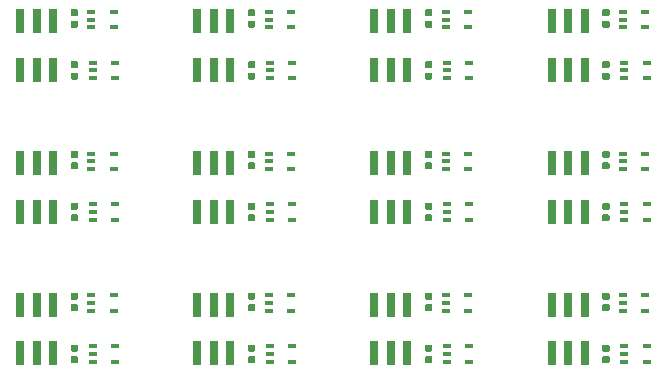
<source format=gbr>
G04 #@! TF.GenerationSoftware,KiCad,Pcbnew,5.0.2-bee76a0~70~ubuntu18.04.1*
G04 #@! TF.CreationDate,2020-01-30T22:42:59+01:00*
G04 #@! TF.ProjectId,schmitt_trigger_adapter,7363686d-6974-4745-9f74-726967676572,rev?*
G04 #@! TF.SameCoordinates,Original*
G04 #@! TF.FileFunction,Paste,Bot*
G04 #@! TF.FilePolarity,Positive*
%FSLAX46Y46*%
G04 Gerber Fmt 4.6, Leading zero omitted, Abs format (unit mm)*
G04 Created by KiCad (PCBNEW 5.0.2-bee76a0~70~ubuntu18.04.1) date Thu 30 Jan 2020 10:42:59 PM CET*
%MOMM*%
%LPD*%
G01*
G04 APERTURE LIST*
%ADD10R,0.700000X2.000000*%
%ADD11R,0.700000X0.400000*%
%ADD12C,0.100000*%
%ADD13C,0.590000*%
G04 APERTURE END LIST*
D10*
G04 #@! TO.C,J2*
X180300000Y-102050000D03*
X178900000Y-102050000D03*
X181700000Y-102050000D03*
X181700000Y-97950000D03*
X180300000Y-97950000D03*
X178900000Y-97950000D03*
G04 #@! TD*
G04 #@! TO.C,J2*
X165300000Y-102050000D03*
X163900000Y-102050000D03*
X166700000Y-102050000D03*
X166700000Y-97950000D03*
X165300000Y-97950000D03*
X163900000Y-97950000D03*
G04 #@! TD*
G04 #@! TO.C,J2*
X150300000Y-102050000D03*
X148900000Y-102050000D03*
X151700000Y-102050000D03*
X151700000Y-97950000D03*
X150300000Y-97950000D03*
X148900000Y-97950000D03*
G04 #@! TD*
G04 #@! TO.C,J2*
X135300000Y-102050000D03*
X133900000Y-102050000D03*
X136700000Y-102050000D03*
X136700000Y-97950000D03*
X135300000Y-97950000D03*
X133900000Y-97950000D03*
G04 #@! TD*
G04 #@! TO.C,J2*
X180300000Y-90050000D03*
X178900000Y-90050000D03*
X181700000Y-90050000D03*
X181700000Y-85950000D03*
X180300000Y-85950000D03*
X178900000Y-85950000D03*
G04 #@! TD*
G04 #@! TO.C,J2*
X165300000Y-90050000D03*
X163900000Y-90050000D03*
X166700000Y-90050000D03*
X166700000Y-85950000D03*
X165300000Y-85950000D03*
X163900000Y-85950000D03*
G04 #@! TD*
G04 #@! TO.C,J2*
X150300000Y-90050000D03*
X148900000Y-90050000D03*
X151700000Y-90050000D03*
X151700000Y-85950000D03*
X150300000Y-85950000D03*
X148900000Y-85950000D03*
G04 #@! TD*
G04 #@! TO.C,J2*
X135300000Y-90050000D03*
X133900000Y-90050000D03*
X136700000Y-90050000D03*
X136700000Y-85950000D03*
X135300000Y-85950000D03*
X133900000Y-85950000D03*
G04 #@! TD*
G04 #@! TO.C,J2*
X180300000Y-78050000D03*
X178900000Y-78050000D03*
X181700000Y-78050000D03*
X181700000Y-73950000D03*
X180300000Y-73950000D03*
X178900000Y-73950000D03*
G04 #@! TD*
G04 #@! TO.C,J2*
X165300000Y-78050000D03*
X163900000Y-78050000D03*
X166700000Y-78050000D03*
X166700000Y-73950000D03*
X165300000Y-73950000D03*
X163900000Y-73950000D03*
G04 #@! TD*
G04 #@! TO.C,J2*
X150300000Y-78050000D03*
X148900000Y-78050000D03*
X151700000Y-78050000D03*
X151700000Y-73950000D03*
X150300000Y-73950000D03*
X148900000Y-73950000D03*
G04 #@! TD*
D11*
G04 #@! TO.C,J4*
X185050000Y-102750000D03*
X185050000Y-102100000D03*
X185050000Y-101450000D03*
X186950000Y-101450000D03*
X186950000Y-102750000D03*
G04 #@! TD*
G04 #@! TO.C,J4*
X170050000Y-102750000D03*
X170050000Y-102100000D03*
X170050000Y-101450000D03*
X171950000Y-101450000D03*
X171950000Y-102750000D03*
G04 #@! TD*
G04 #@! TO.C,J4*
X155050000Y-102750000D03*
X155050000Y-102100000D03*
X155050000Y-101450000D03*
X156950000Y-101450000D03*
X156950000Y-102750000D03*
G04 #@! TD*
G04 #@! TO.C,J4*
X140050000Y-102750000D03*
X140050000Y-102100000D03*
X140050000Y-101450000D03*
X141950000Y-101450000D03*
X141950000Y-102750000D03*
G04 #@! TD*
G04 #@! TO.C,J4*
X185050000Y-90750000D03*
X185050000Y-90100000D03*
X185050000Y-89450000D03*
X186950000Y-89450000D03*
X186950000Y-90750000D03*
G04 #@! TD*
G04 #@! TO.C,J4*
X170050000Y-90750000D03*
X170050000Y-90100000D03*
X170050000Y-89450000D03*
X171950000Y-89450000D03*
X171950000Y-90750000D03*
G04 #@! TD*
G04 #@! TO.C,J4*
X155050000Y-90750000D03*
X155050000Y-90100000D03*
X155050000Y-89450000D03*
X156950000Y-89450000D03*
X156950000Y-90750000D03*
G04 #@! TD*
G04 #@! TO.C,J4*
X140050000Y-90750000D03*
X140050000Y-90100000D03*
X140050000Y-89450000D03*
X141950000Y-89450000D03*
X141950000Y-90750000D03*
G04 #@! TD*
G04 #@! TO.C,J4*
X185050000Y-78750000D03*
X185050000Y-78100000D03*
X185050000Y-77450000D03*
X186950000Y-77450000D03*
X186950000Y-78750000D03*
G04 #@! TD*
G04 #@! TO.C,J4*
X170050000Y-78750000D03*
X170050000Y-78100000D03*
X170050000Y-77450000D03*
X171950000Y-77450000D03*
X171950000Y-78750000D03*
G04 #@! TD*
G04 #@! TO.C,J4*
X155050000Y-78750000D03*
X155050000Y-78100000D03*
X155050000Y-77450000D03*
X156950000Y-77450000D03*
X156950000Y-78750000D03*
G04 #@! TD*
D12*
G04 #@! TO.C,R1*
G36*
X183686958Y-97890710D02*
X183701276Y-97892834D01*
X183715317Y-97896351D01*
X183728946Y-97901228D01*
X183742031Y-97907417D01*
X183754447Y-97914858D01*
X183766073Y-97923481D01*
X183776798Y-97933202D01*
X183786519Y-97943927D01*
X183795142Y-97955553D01*
X183802583Y-97967969D01*
X183808772Y-97981054D01*
X183813649Y-97994683D01*
X183817166Y-98008724D01*
X183819290Y-98023042D01*
X183820000Y-98037500D01*
X183820000Y-98332500D01*
X183819290Y-98346958D01*
X183817166Y-98361276D01*
X183813649Y-98375317D01*
X183808772Y-98388946D01*
X183802583Y-98402031D01*
X183795142Y-98414447D01*
X183786519Y-98426073D01*
X183776798Y-98436798D01*
X183766073Y-98446519D01*
X183754447Y-98455142D01*
X183742031Y-98462583D01*
X183728946Y-98468772D01*
X183715317Y-98473649D01*
X183701276Y-98477166D01*
X183686958Y-98479290D01*
X183672500Y-98480000D01*
X183327500Y-98480000D01*
X183313042Y-98479290D01*
X183298724Y-98477166D01*
X183284683Y-98473649D01*
X183271054Y-98468772D01*
X183257969Y-98462583D01*
X183245553Y-98455142D01*
X183233927Y-98446519D01*
X183223202Y-98436798D01*
X183213481Y-98426073D01*
X183204858Y-98414447D01*
X183197417Y-98402031D01*
X183191228Y-98388946D01*
X183186351Y-98375317D01*
X183182834Y-98361276D01*
X183180710Y-98346958D01*
X183180000Y-98332500D01*
X183180000Y-98037500D01*
X183180710Y-98023042D01*
X183182834Y-98008724D01*
X183186351Y-97994683D01*
X183191228Y-97981054D01*
X183197417Y-97967969D01*
X183204858Y-97955553D01*
X183213481Y-97943927D01*
X183223202Y-97933202D01*
X183233927Y-97923481D01*
X183245553Y-97914858D01*
X183257969Y-97907417D01*
X183271054Y-97901228D01*
X183284683Y-97896351D01*
X183298724Y-97892834D01*
X183313042Y-97890710D01*
X183327500Y-97890000D01*
X183672500Y-97890000D01*
X183686958Y-97890710D01*
X183686958Y-97890710D01*
G37*
D13*
X183500000Y-98185000D03*
D12*
G36*
X183686958Y-96920710D02*
X183701276Y-96922834D01*
X183715317Y-96926351D01*
X183728946Y-96931228D01*
X183742031Y-96937417D01*
X183754447Y-96944858D01*
X183766073Y-96953481D01*
X183776798Y-96963202D01*
X183786519Y-96973927D01*
X183795142Y-96985553D01*
X183802583Y-96997969D01*
X183808772Y-97011054D01*
X183813649Y-97024683D01*
X183817166Y-97038724D01*
X183819290Y-97053042D01*
X183820000Y-97067500D01*
X183820000Y-97362500D01*
X183819290Y-97376958D01*
X183817166Y-97391276D01*
X183813649Y-97405317D01*
X183808772Y-97418946D01*
X183802583Y-97432031D01*
X183795142Y-97444447D01*
X183786519Y-97456073D01*
X183776798Y-97466798D01*
X183766073Y-97476519D01*
X183754447Y-97485142D01*
X183742031Y-97492583D01*
X183728946Y-97498772D01*
X183715317Y-97503649D01*
X183701276Y-97507166D01*
X183686958Y-97509290D01*
X183672500Y-97510000D01*
X183327500Y-97510000D01*
X183313042Y-97509290D01*
X183298724Y-97507166D01*
X183284683Y-97503649D01*
X183271054Y-97498772D01*
X183257969Y-97492583D01*
X183245553Y-97485142D01*
X183233927Y-97476519D01*
X183223202Y-97466798D01*
X183213481Y-97456073D01*
X183204858Y-97444447D01*
X183197417Y-97432031D01*
X183191228Y-97418946D01*
X183186351Y-97405317D01*
X183182834Y-97391276D01*
X183180710Y-97376958D01*
X183180000Y-97362500D01*
X183180000Y-97067500D01*
X183180710Y-97053042D01*
X183182834Y-97038724D01*
X183186351Y-97024683D01*
X183191228Y-97011054D01*
X183197417Y-96997969D01*
X183204858Y-96985553D01*
X183213481Y-96973927D01*
X183223202Y-96963202D01*
X183233927Y-96953481D01*
X183245553Y-96944858D01*
X183257969Y-96937417D01*
X183271054Y-96931228D01*
X183284683Y-96926351D01*
X183298724Y-96922834D01*
X183313042Y-96920710D01*
X183327500Y-96920000D01*
X183672500Y-96920000D01*
X183686958Y-96920710D01*
X183686958Y-96920710D01*
G37*
D13*
X183500000Y-97215000D03*
G04 #@! TD*
D12*
G04 #@! TO.C,R1*
G36*
X168686958Y-97890710D02*
X168701276Y-97892834D01*
X168715317Y-97896351D01*
X168728946Y-97901228D01*
X168742031Y-97907417D01*
X168754447Y-97914858D01*
X168766073Y-97923481D01*
X168776798Y-97933202D01*
X168786519Y-97943927D01*
X168795142Y-97955553D01*
X168802583Y-97967969D01*
X168808772Y-97981054D01*
X168813649Y-97994683D01*
X168817166Y-98008724D01*
X168819290Y-98023042D01*
X168820000Y-98037500D01*
X168820000Y-98332500D01*
X168819290Y-98346958D01*
X168817166Y-98361276D01*
X168813649Y-98375317D01*
X168808772Y-98388946D01*
X168802583Y-98402031D01*
X168795142Y-98414447D01*
X168786519Y-98426073D01*
X168776798Y-98436798D01*
X168766073Y-98446519D01*
X168754447Y-98455142D01*
X168742031Y-98462583D01*
X168728946Y-98468772D01*
X168715317Y-98473649D01*
X168701276Y-98477166D01*
X168686958Y-98479290D01*
X168672500Y-98480000D01*
X168327500Y-98480000D01*
X168313042Y-98479290D01*
X168298724Y-98477166D01*
X168284683Y-98473649D01*
X168271054Y-98468772D01*
X168257969Y-98462583D01*
X168245553Y-98455142D01*
X168233927Y-98446519D01*
X168223202Y-98436798D01*
X168213481Y-98426073D01*
X168204858Y-98414447D01*
X168197417Y-98402031D01*
X168191228Y-98388946D01*
X168186351Y-98375317D01*
X168182834Y-98361276D01*
X168180710Y-98346958D01*
X168180000Y-98332500D01*
X168180000Y-98037500D01*
X168180710Y-98023042D01*
X168182834Y-98008724D01*
X168186351Y-97994683D01*
X168191228Y-97981054D01*
X168197417Y-97967969D01*
X168204858Y-97955553D01*
X168213481Y-97943927D01*
X168223202Y-97933202D01*
X168233927Y-97923481D01*
X168245553Y-97914858D01*
X168257969Y-97907417D01*
X168271054Y-97901228D01*
X168284683Y-97896351D01*
X168298724Y-97892834D01*
X168313042Y-97890710D01*
X168327500Y-97890000D01*
X168672500Y-97890000D01*
X168686958Y-97890710D01*
X168686958Y-97890710D01*
G37*
D13*
X168500000Y-98185000D03*
D12*
G36*
X168686958Y-96920710D02*
X168701276Y-96922834D01*
X168715317Y-96926351D01*
X168728946Y-96931228D01*
X168742031Y-96937417D01*
X168754447Y-96944858D01*
X168766073Y-96953481D01*
X168776798Y-96963202D01*
X168786519Y-96973927D01*
X168795142Y-96985553D01*
X168802583Y-96997969D01*
X168808772Y-97011054D01*
X168813649Y-97024683D01*
X168817166Y-97038724D01*
X168819290Y-97053042D01*
X168820000Y-97067500D01*
X168820000Y-97362500D01*
X168819290Y-97376958D01*
X168817166Y-97391276D01*
X168813649Y-97405317D01*
X168808772Y-97418946D01*
X168802583Y-97432031D01*
X168795142Y-97444447D01*
X168786519Y-97456073D01*
X168776798Y-97466798D01*
X168766073Y-97476519D01*
X168754447Y-97485142D01*
X168742031Y-97492583D01*
X168728946Y-97498772D01*
X168715317Y-97503649D01*
X168701276Y-97507166D01*
X168686958Y-97509290D01*
X168672500Y-97510000D01*
X168327500Y-97510000D01*
X168313042Y-97509290D01*
X168298724Y-97507166D01*
X168284683Y-97503649D01*
X168271054Y-97498772D01*
X168257969Y-97492583D01*
X168245553Y-97485142D01*
X168233927Y-97476519D01*
X168223202Y-97466798D01*
X168213481Y-97456073D01*
X168204858Y-97444447D01*
X168197417Y-97432031D01*
X168191228Y-97418946D01*
X168186351Y-97405317D01*
X168182834Y-97391276D01*
X168180710Y-97376958D01*
X168180000Y-97362500D01*
X168180000Y-97067500D01*
X168180710Y-97053042D01*
X168182834Y-97038724D01*
X168186351Y-97024683D01*
X168191228Y-97011054D01*
X168197417Y-96997969D01*
X168204858Y-96985553D01*
X168213481Y-96973927D01*
X168223202Y-96963202D01*
X168233927Y-96953481D01*
X168245553Y-96944858D01*
X168257969Y-96937417D01*
X168271054Y-96931228D01*
X168284683Y-96926351D01*
X168298724Y-96922834D01*
X168313042Y-96920710D01*
X168327500Y-96920000D01*
X168672500Y-96920000D01*
X168686958Y-96920710D01*
X168686958Y-96920710D01*
G37*
D13*
X168500000Y-97215000D03*
G04 #@! TD*
D12*
G04 #@! TO.C,R1*
G36*
X153686958Y-97890710D02*
X153701276Y-97892834D01*
X153715317Y-97896351D01*
X153728946Y-97901228D01*
X153742031Y-97907417D01*
X153754447Y-97914858D01*
X153766073Y-97923481D01*
X153776798Y-97933202D01*
X153786519Y-97943927D01*
X153795142Y-97955553D01*
X153802583Y-97967969D01*
X153808772Y-97981054D01*
X153813649Y-97994683D01*
X153817166Y-98008724D01*
X153819290Y-98023042D01*
X153820000Y-98037500D01*
X153820000Y-98332500D01*
X153819290Y-98346958D01*
X153817166Y-98361276D01*
X153813649Y-98375317D01*
X153808772Y-98388946D01*
X153802583Y-98402031D01*
X153795142Y-98414447D01*
X153786519Y-98426073D01*
X153776798Y-98436798D01*
X153766073Y-98446519D01*
X153754447Y-98455142D01*
X153742031Y-98462583D01*
X153728946Y-98468772D01*
X153715317Y-98473649D01*
X153701276Y-98477166D01*
X153686958Y-98479290D01*
X153672500Y-98480000D01*
X153327500Y-98480000D01*
X153313042Y-98479290D01*
X153298724Y-98477166D01*
X153284683Y-98473649D01*
X153271054Y-98468772D01*
X153257969Y-98462583D01*
X153245553Y-98455142D01*
X153233927Y-98446519D01*
X153223202Y-98436798D01*
X153213481Y-98426073D01*
X153204858Y-98414447D01*
X153197417Y-98402031D01*
X153191228Y-98388946D01*
X153186351Y-98375317D01*
X153182834Y-98361276D01*
X153180710Y-98346958D01*
X153180000Y-98332500D01*
X153180000Y-98037500D01*
X153180710Y-98023042D01*
X153182834Y-98008724D01*
X153186351Y-97994683D01*
X153191228Y-97981054D01*
X153197417Y-97967969D01*
X153204858Y-97955553D01*
X153213481Y-97943927D01*
X153223202Y-97933202D01*
X153233927Y-97923481D01*
X153245553Y-97914858D01*
X153257969Y-97907417D01*
X153271054Y-97901228D01*
X153284683Y-97896351D01*
X153298724Y-97892834D01*
X153313042Y-97890710D01*
X153327500Y-97890000D01*
X153672500Y-97890000D01*
X153686958Y-97890710D01*
X153686958Y-97890710D01*
G37*
D13*
X153500000Y-98185000D03*
D12*
G36*
X153686958Y-96920710D02*
X153701276Y-96922834D01*
X153715317Y-96926351D01*
X153728946Y-96931228D01*
X153742031Y-96937417D01*
X153754447Y-96944858D01*
X153766073Y-96953481D01*
X153776798Y-96963202D01*
X153786519Y-96973927D01*
X153795142Y-96985553D01*
X153802583Y-96997969D01*
X153808772Y-97011054D01*
X153813649Y-97024683D01*
X153817166Y-97038724D01*
X153819290Y-97053042D01*
X153820000Y-97067500D01*
X153820000Y-97362500D01*
X153819290Y-97376958D01*
X153817166Y-97391276D01*
X153813649Y-97405317D01*
X153808772Y-97418946D01*
X153802583Y-97432031D01*
X153795142Y-97444447D01*
X153786519Y-97456073D01*
X153776798Y-97466798D01*
X153766073Y-97476519D01*
X153754447Y-97485142D01*
X153742031Y-97492583D01*
X153728946Y-97498772D01*
X153715317Y-97503649D01*
X153701276Y-97507166D01*
X153686958Y-97509290D01*
X153672500Y-97510000D01*
X153327500Y-97510000D01*
X153313042Y-97509290D01*
X153298724Y-97507166D01*
X153284683Y-97503649D01*
X153271054Y-97498772D01*
X153257969Y-97492583D01*
X153245553Y-97485142D01*
X153233927Y-97476519D01*
X153223202Y-97466798D01*
X153213481Y-97456073D01*
X153204858Y-97444447D01*
X153197417Y-97432031D01*
X153191228Y-97418946D01*
X153186351Y-97405317D01*
X153182834Y-97391276D01*
X153180710Y-97376958D01*
X153180000Y-97362500D01*
X153180000Y-97067500D01*
X153180710Y-97053042D01*
X153182834Y-97038724D01*
X153186351Y-97024683D01*
X153191228Y-97011054D01*
X153197417Y-96997969D01*
X153204858Y-96985553D01*
X153213481Y-96973927D01*
X153223202Y-96963202D01*
X153233927Y-96953481D01*
X153245553Y-96944858D01*
X153257969Y-96937417D01*
X153271054Y-96931228D01*
X153284683Y-96926351D01*
X153298724Y-96922834D01*
X153313042Y-96920710D01*
X153327500Y-96920000D01*
X153672500Y-96920000D01*
X153686958Y-96920710D01*
X153686958Y-96920710D01*
G37*
D13*
X153500000Y-97215000D03*
G04 #@! TD*
D12*
G04 #@! TO.C,R1*
G36*
X138686958Y-97890710D02*
X138701276Y-97892834D01*
X138715317Y-97896351D01*
X138728946Y-97901228D01*
X138742031Y-97907417D01*
X138754447Y-97914858D01*
X138766073Y-97923481D01*
X138776798Y-97933202D01*
X138786519Y-97943927D01*
X138795142Y-97955553D01*
X138802583Y-97967969D01*
X138808772Y-97981054D01*
X138813649Y-97994683D01*
X138817166Y-98008724D01*
X138819290Y-98023042D01*
X138820000Y-98037500D01*
X138820000Y-98332500D01*
X138819290Y-98346958D01*
X138817166Y-98361276D01*
X138813649Y-98375317D01*
X138808772Y-98388946D01*
X138802583Y-98402031D01*
X138795142Y-98414447D01*
X138786519Y-98426073D01*
X138776798Y-98436798D01*
X138766073Y-98446519D01*
X138754447Y-98455142D01*
X138742031Y-98462583D01*
X138728946Y-98468772D01*
X138715317Y-98473649D01*
X138701276Y-98477166D01*
X138686958Y-98479290D01*
X138672500Y-98480000D01*
X138327500Y-98480000D01*
X138313042Y-98479290D01*
X138298724Y-98477166D01*
X138284683Y-98473649D01*
X138271054Y-98468772D01*
X138257969Y-98462583D01*
X138245553Y-98455142D01*
X138233927Y-98446519D01*
X138223202Y-98436798D01*
X138213481Y-98426073D01*
X138204858Y-98414447D01*
X138197417Y-98402031D01*
X138191228Y-98388946D01*
X138186351Y-98375317D01*
X138182834Y-98361276D01*
X138180710Y-98346958D01*
X138180000Y-98332500D01*
X138180000Y-98037500D01*
X138180710Y-98023042D01*
X138182834Y-98008724D01*
X138186351Y-97994683D01*
X138191228Y-97981054D01*
X138197417Y-97967969D01*
X138204858Y-97955553D01*
X138213481Y-97943927D01*
X138223202Y-97933202D01*
X138233927Y-97923481D01*
X138245553Y-97914858D01*
X138257969Y-97907417D01*
X138271054Y-97901228D01*
X138284683Y-97896351D01*
X138298724Y-97892834D01*
X138313042Y-97890710D01*
X138327500Y-97890000D01*
X138672500Y-97890000D01*
X138686958Y-97890710D01*
X138686958Y-97890710D01*
G37*
D13*
X138500000Y-98185000D03*
D12*
G36*
X138686958Y-96920710D02*
X138701276Y-96922834D01*
X138715317Y-96926351D01*
X138728946Y-96931228D01*
X138742031Y-96937417D01*
X138754447Y-96944858D01*
X138766073Y-96953481D01*
X138776798Y-96963202D01*
X138786519Y-96973927D01*
X138795142Y-96985553D01*
X138802583Y-96997969D01*
X138808772Y-97011054D01*
X138813649Y-97024683D01*
X138817166Y-97038724D01*
X138819290Y-97053042D01*
X138820000Y-97067500D01*
X138820000Y-97362500D01*
X138819290Y-97376958D01*
X138817166Y-97391276D01*
X138813649Y-97405317D01*
X138808772Y-97418946D01*
X138802583Y-97432031D01*
X138795142Y-97444447D01*
X138786519Y-97456073D01*
X138776798Y-97466798D01*
X138766073Y-97476519D01*
X138754447Y-97485142D01*
X138742031Y-97492583D01*
X138728946Y-97498772D01*
X138715317Y-97503649D01*
X138701276Y-97507166D01*
X138686958Y-97509290D01*
X138672500Y-97510000D01*
X138327500Y-97510000D01*
X138313042Y-97509290D01*
X138298724Y-97507166D01*
X138284683Y-97503649D01*
X138271054Y-97498772D01*
X138257969Y-97492583D01*
X138245553Y-97485142D01*
X138233927Y-97476519D01*
X138223202Y-97466798D01*
X138213481Y-97456073D01*
X138204858Y-97444447D01*
X138197417Y-97432031D01*
X138191228Y-97418946D01*
X138186351Y-97405317D01*
X138182834Y-97391276D01*
X138180710Y-97376958D01*
X138180000Y-97362500D01*
X138180000Y-97067500D01*
X138180710Y-97053042D01*
X138182834Y-97038724D01*
X138186351Y-97024683D01*
X138191228Y-97011054D01*
X138197417Y-96997969D01*
X138204858Y-96985553D01*
X138213481Y-96973927D01*
X138223202Y-96963202D01*
X138233927Y-96953481D01*
X138245553Y-96944858D01*
X138257969Y-96937417D01*
X138271054Y-96931228D01*
X138284683Y-96926351D01*
X138298724Y-96922834D01*
X138313042Y-96920710D01*
X138327500Y-96920000D01*
X138672500Y-96920000D01*
X138686958Y-96920710D01*
X138686958Y-96920710D01*
G37*
D13*
X138500000Y-97215000D03*
G04 #@! TD*
D12*
G04 #@! TO.C,R1*
G36*
X183686958Y-85890710D02*
X183701276Y-85892834D01*
X183715317Y-85896351D01*
X183728946Y-85901228D01*
X183742031Y-85907417D01*
X183754447Y-85914858D01*
X183766073Y-85923481D01*
X183776798Y-85933202D01*
X183786519Y-85943927D01*
X183795142Y-85955553D01*
X183802583Y-85967969D01*
X183808772Y-85981054D01*
X183813649Y-85994683D01*
X183817166Y-86008724D01*
X183819290Y-86023042D01*
X183820000Y-86037500D01*
X183820000Y-86332500D01*
X183819290Y-86346958D01*
X183817166Y-86361276D01*
X183813649Y-86375317D01*
X183808772Y-86388946D01*
X183802583Y-86402031D01*
X183795142Y-86414447D01*
X183786519Y-86426073D01*
X183776798Y-86436798D01*
X183766073Y-86446519D01*
X183754447Y-86455142D01*
X183742031Y-86462583D01*
X183728946Y-86468772D01*
X183715317Y-86473649D01*
X183701276Y-86477166D01*
X183686958Y-86479290D01*
X183672500Y-86480000D01*
X183327500Y-86480000D01*
X183313042Y-86479290D01*
X183298724Y-86477166D01*
X183284683Y-86473649D01*
X183271054Y-86468772D01*
X183257969Y-86462583D01*
X183245553Y-86455142D01*
X183233927Y-86446519D01*
X183223202Y-86436798D01*
X183213481Y-86426073D01*
X183204858Y-86414447D01*
X183197417Y-86402031D01*
X183191228Y-86388946D01*
X183186351Y-86375317D01*
X183182834Y-86361276D01*
X183180710Y-86346958D01*
X183180000Y-86332500D01*
X183180000Y-86037500D01*
X183180710Y-86023042D01*
X183182834Y-86008724D01*
X183186351Y-85994683D01*
X183191228Y-85981054D01*
X183197417Y-85967969D01*
X183204858Y-85955553D01*
X183213481Y-85943927D01*
X183223202Y-85933202D01*
X183233927Y-85923481D01*
X183245553Y-85914858D01*
X183257969Y-85907417D01*
X183271054Y-85901228D01*
X183284683Y-85896351D01*
X183298724Y-85892834D01*
X183313042Y-85890710D01*
X183327500Y-85890000D01*
X183672500Y-85890000D01*
X183686958Y-85890710D01*
X183686958Y-85890710D01*
G37*
D13*
X183500000Y-86185000D03*
D12*
G36*
X183686958Y-84920710D02*
X183701276Y-84922834D01*
X183715317Y-84926351D01*
X183728946Y-84931228D01*
X183742031Y-84937417D01*
X183754447Y-84944858D01*
X183766073Y-84953481D01*
X183776798Y-84963202D01*
X183786519Y-84973927D01*
X183795142Y-84985553D01*
X183802583Y-84997969D01*
X183808772Y-85011054D01*
X183813649Y-85024683D01*
X183817166Y-85038724D01*
X183819290Y-85053042D01*
X183820000Y-85067500D01*
X183820000Y-85362500D01*
X183819290Y-85376958D01*
X183817166Y-85391276D01*
X183813649Y-85405317D01*
X183808772Y-85418946D01*
X183802583Y-85432031D01*
X183795142Y-85444447D01*
X183786519Y-85456073D01*
X183776798Y-85466798D01*
X183766073Y-85476519D01*
X183754447Y-85485142D01*
X183742031Y-85492583D01*
X183728946Y-85498772D01*
X183715317Y-85503649D01*
X183701276Y-85507166D01*
X183686958Y-85509290D01*
X183672500Y-85510000D01*
X183327500Y-85510000D01*
X183313042Y-85509290D01*
X183298724Y-85507166D01*
X183284683Y-85503649D01*
X183271054Y-85498772D01*
X183257969Y-85492583D01*
X183245553Y-85485142D01*
X183233927Y-85476519D01*
X183223202Y-85466798D01*
X183213481Y-85456073D01*
X183204858Y-85444447D01*
X183197417Y-85432031D01*
X183191228Y-85418946D01*
X183186351Y-85405317D01*
X183182834Y-85391276D01*
X183180710Y-85376958D01*
X183180000Y-85362500D01*
X183180000Y-85067500D01*
X183180710Y-85053042D01*
X183182834Y-85038724D01*
X183186351Y-85024683D01*
X183191228Y-85011054D01*
X183197417Y-84997969D01*
X183204858Y-84985553D01*
X183213481Y-84973927D01*
X183223202Y-84963202D01*
X183233927Y-84953481D01*
X183245553Y-84944858D01*
X183257969Y-84937417D01*
X183271054Y-84931228D01*
X183284683Y-84926351D01*
X183298724Y-84922834D01*
X183313042Y-84920710D01*
X183327500Y-84920000D01*
X183672500Y-84920000D01*
X183686958Y-84920710D01*
X183686958Y-84920710D01*
G37*
D13*
X183500000Y-85215000D03*
G04 #@! TD*
D12*
G04 #@! TO.C,R1*
G36*
X168686958Y-85890710D02*
X168701276Y-85892834D01*
X168715317Y-85896351D01*
X168728946Y-85901228D01*
X168742031Y-85907417D01*
X168754447Y-85914858D01*
X168766073Y-85923481D01*
X168776798Y-85933202D01*
X168786519Y-85943927D01*
X168795142Y-85955553D01*
X168802583Y-85967969D01*
X168808772Y-85981054D01*
X168813649Y-85994683D01*
X168817166Y-86008724D01*
X168819290Y-86023042D01*
X168820000Y-86037500D01*
X168820000Y-86332500D01*
X168819290Y-86346958D01*
X168817166Y-86361276D01*
X168813649Y-86375317D01*
X168808772Y-86388946D01*
X168802583Y-86402031D01*
X168795142Y-86414447D01*
X168786519Y-86426073D01*
X168776798Y-86436798D01*
X168766073Y-86446519D01*
X168754447Y-86455142D01*
X168742031Y-86462583D01*
X168728946Y-86468772D01*
X168715317Y-86473649D01*
X168701276Y-86477166D01*
X168686958Y-86479290D01*
X168672500Y-86480000D01*
X168327500Y-86480000D01*
X168313042Y-86479290D01*
X168298724Y-86477166D01*
X168284683Y-86473649D01*
X168271054Y-86468772D01*
X168257969Y-86462583D01*
X168245553Y-86455142D01*
X168233927Y-86446519D01*
X168223202Y-86436798D01*
X168213481Y-86426073D01*
X168204858Y-86414447D01*
X168197417Y-86402031D01*
X168191228Y-86388946D01*
X168186351Y-86375317D01*
X168182834Y-86361276D01*
X168180710Y-86346958D01*
X168180000Y-86332500D01*
X168180000Y-86037500D01*
X168180710Y-86023042D01*
X168182834Y-86008724D01*
X168186351Y-85994683D01*
X168191228Y-85981054D01*
X168197417Y-85967969D01*
X168204858Y-85955553D01*
X168213481Y-85943927D01*
X168223202Y-85933202D01*
X168233927Y-85923481D01*
X168245553Y-85914858D01*
X168257969Y-85907417D01*
X168271054Y-85901228D01*
X168284683Y-85896351D01*
X168298724Y-85892834D01*
X168313042Y-85890710D01*
X168327500Y-85890000D01*
X168672500Y-85890000D01*
X168686958Y-85890710D01*
X168686958Y-85890710D01*
G37*
D13*
X168500000Y-86185000D03*
D12*
G36*
X168686958Y-84920710D02*
X168701276Y-84922834D01*
X168715317Y-84926351D01*
X168728946Y-84931228D01*
X168742031Y-84937417D01*
X168754447Y-84944858D01*
X168766073Y-84953481D01*
X168776798Y-84963202D01*
X168786519Y-84973927D01*
X168795142Y-84985553D01*
X168802583Y-84997969D01*
X168808772Y-85011054D01*
X168813649Y-85024683D01*
X168817166Y-85038724D01*
X168819290Y-85053042D01*
X168820000Y-85067500D01*
X168820000Y-85362500D01*
X168819290Y-85376958D01*
X168817166Y-85391276D01*
X168813649Y-85405317D01*
X168808772Y-85418946D01*
X168802583Y-85432031D01*
X168795142Y-85444447D01*
X168786519Y-85456073D01*
X168776798Y-85466798D01*
X168766073Y-85476519D01*
X168754447Y-85485142D01*
X168742031Y-85492583D01*
X168728946Y-85498772D01*
X168715317Y-85503649D01*
X168701276Y-85507166D01*
X168686958Y-85509290D01*
X168672500Y-85510000D01*
X168327500Y-85510000D01*
X168313042Y-85509290D01*
X168298724Y-85507166D01*
X168284683Y-85503649D01*
X168271054Y-85498772D01*
X168257969Y-85492583D01*
X168245553Y-85485142D01*
X168233927Y-85476519D01*
X168223202Y-85466798D01*
X168213481Y-85456073D01*
X168204858Y-85444447D01*
X168197417Y-85432031D01*
X168191228Y-85418946D01*
X168186351Y-85405317D01*
X168182834Y-85391276D01*
X168180710Y-85376958D01*
X168180000Y-85362500D01*
X168180000Y-85067500D01*
X168180710Y-85053042D01*
X168182834Y-85038724D01*
X168186351Y-85024683D01*
X168191228Y-85011054D01*
X168197417Y-84997969D01*
X168204858Y-84985553D01*
X168213481Y-84973927D01*
X168223202Y-84963202D01*
X168233927Y-84953481D01*
X168245553Y-84944858D01*
X168257969Y-84937417D01*
X168271054Y-84931228D01*
X168284683Y-84926351D01*
X168298724Y-84922834D01*
X168313042Y-84920710D01*
X168327500Y-84920000D01*
X168672500Y-84920000D01*
X168686958Y-84920710D01*
X168686958Y-84920710D01*
G37*
D13*
X168500000Y-85215000D03*
G04 #@! TD*
D12*
G04 #@! TO.C,R1*
G36*
X153686958Y-85890710D02*
X153701276Y-85892834D01*
X153715317Y-85896351D01*
X153728946Y-85901228D01*
X153742031Y-85907417D01*
X153754447Y-85914858D01*
X153766073Y-85923481D01*
X153776798Y-85933202D01*
X153786519Y-85943927D01*
X153795142Y-85955553D01*
X153802583Y-85967969D01*
X153808772Y-85981054D01*
X153813649Y-85994683D01*
X153817166Y-86008724D01*
X153819290Y-86023042D01*
X153820000Y-86037500D01*
X153820000Y-86332500D01*
X153819290Y-86346958D01*
X153817166Y-86361276D01*
X153813649Y-86375317D01*
X153808772Y-86388946D01*
X153802583Y-86402031D01*
X153795142Y-86414447D01*
X153786519Y-86426073D01*
X153776798Y-86436798D01*
X153766073Y-86446519D01*
X153754447Y-86455142D01*
X153742031Y-86462583D01*
X153728946Y-86468772D01*
X153715317Y-86473649D01*
X153701276Y-86477166D01*
X153686958Y-86479290D01*
X153672500Y-86480000D01*
X153327500Y-86480000D01*
X153313042Y-86479290D01*
X153298724Y-86477166D01*
X153284683Y-86473649D01*
X153271054Y-86468772D01*
X153257969Y-86462583D01*
X153245553Y-86455142D01*
X153233927Y-86446519D01*
X153223202Y-86436798D01*
X153213481Y-86426073D01*
X153204858Y-86414447D01*
X153197417Y-86402031D01*
X153191228Y-86388946D01*
X153186351Y-86375317D01*
X153182834Y-86361276D01*
X153180710Y-86346958D01*
X153180000Y-86332500D01*
X153180000Y-86037500D01*
X153180710Y-86023042D01*
X153182834Y-86008724D01*
X153186351Y-85994683D01*
X153191228Y-85981054D01*
X153197417Y-85967969D01*
X153204858Y-85955553D01*
X153213481Y-85943927D01*
X153223202Y-85933202D01*
X153233927Y-85923481D01*
X153245553Y-85914858D01*
X153257969Y-85907417D01*
X153271054Y-85901228D01*
X153284683Y-85896351D01*
X153298724Y-85892834D01*
X153313042Y-85890710D01*
X153327500Y-85890000D01*
X153672500Y-85890000D01*
X153686958Y-85890710D01*
X153686958Y-85890710D01*
G37*
D13*
X153500000Y-86185000D03*
D12*
G36*
X153686958Y-84920710D02*
X153701276Y-84922834D01*
X153715317Y-84926351D01*
X153728946Y-84931228D01*
X153742031Y-84937417D01*
X153754447Y-84944858D01*
X153766073Y-84953481D01*
X153776798Y-84963202D01*
X153786519Y-84973927D01*
X153795142Y-84985553D01*
X153802583Y-84997969D01*
X153808772Y-85011054D01*
X153813649Y-85024683D01*
X153817166Y-85038724D01*
X153819290Y-85053042D01*
X153820000Y-85067500D01*
X153820000Y-85362500D01*
X153819290Y-85376958D01*
X153817166Y-85391276D01*
X153813649Y-85405317D01*
X153808772Y-85418946D01*
X153802583Y-85432031D01*
X153795142Y-85444447D01*
X153786519Y-85456073D01*
X153776798Y-85466798D01*
X153766073Y-85476519D01*
X153754447Y-85485142D01*
X153742031Y-85492583D01*
X153728946Y-85498772D01*
X153715317Y-85503649D01*
X153701276Y-85507166D01*
X153686958Y-85509290D01*
X153672500Y-85510000D01*
X153327500Y-85510000D01*
X153313042Y-85509290D01*
X153298724Y-85507166D01*
X153284683Y-85503649D01*
X153271054Y-85498772D01*
X153257969Y-85492583D01*
X153245553Y-85485142D01*
X153233927Y-85476519D01*
X153223202Y-85466798D01*
X153213481Y-85456073D01*
X153204858Y-85444447D01*
X153197417Y-85432031D01*
X153191228Y-85418946D01*
X153186351Y-85405317D01*
X153182834Y-85391276D01*
X153180710Y-85376958D01*
X153180000Y-85362500D01*
X153180000Y-85067500D01*
X153180710Y-85053042D01*
X153182834Y-85038724D01*
X153186351Y-85024683D01*
X153191228Y-85011054D01*
X153197417Y-84997969D01*
X153204858Y-84985553D01*
X153213481Y-84973927D01*
X153223202Y-84963202D01*
X153233927Y-84953481D01*
X153245553Y-84944858D01*
X153257969Y-84937417D01*
X153271054Y-84931228D01*
X153284683Y-84926351D01*
X153298724Y-84922834D01*
X153313042Y-84920710D01*
X153327500Y-84920000D01*
X153672500Y-84920000D01*
X153686958Y-84920710D01*
X153686958Y-84920710D01*
G37*
D13*
X153500000Y-85215000D03*
G04 #@! TD*
D12*
G04 #@! TO.C,R1*
G36*
X138686958Y-85890710D02*
X138701276Y-85892834D01*
X138715317Y-85896351D01*
X138728946Y-85901228D01*
X138742031Y-85907417D01*
X138754447Y-85914858D01*
X138766073Y-85923481D01*
X138776798Y-85933202D01*
X138786519Y-85943927D01*
X138795142Y-85955553D01*
X138802583Y-85967969D01*
X138808772Y-85981054D01*
X138813649Y-85994683D01*
X138817166Y-86008724D01*
X138819290Y-86023042D01*
X138820000Y-86037500D01*
X138820000Y-86332500D01*
X138819290Y-86346958D01*
X138817166Y-86361276D01*
X138813649Y-86375317D01*
X138808772Y-86388946D01*
X138802583Y-86402031D01*
X138795142Y-86414447D01*
X138786519Y-86426073D01*
X138776798Y-86436798D01*
X138766073Y-86446519D01*
X138754447Y-86455142D01*
X138742031Y-86462583D01*
X138728946Y-86468772D01*
X138715317Y-86473649D01*
X138701276Y-86477166D01*
X138686958Y-86479290D01*
X138672500Y-86480000D01*
X138327500Y-86480000D01*
X138313042Y-86479290D01*
X138298724Y-86477166D01*
X138284683Y-86473649D01*
X138271054Y-86468772D01*
X138257969Y-86462583D01*
X138245553Y-86455142D01*
X138233927Y-86446519D01*
X138223202Y-86436798D01*
X138213481Y-86426073D01*
X138204858Y-86414447D01*
X138197417Y-86402031D01*
X138191228Y-86388946D01*
X138186351Y-86375317D01*
X138182834Y-86361276D01*
X138180710Y-86346958D01*
X138180000Y-86332500D01*
X138180000Y-86037500D01*
X138180710Y-86023042D01*
X138182834Y-86008724D01*
X138186351Y-85994683D01*
X138191228Y-85981054D01*
X138197417Y-85967969D01*
X138204858Y-85955553D01*
X138213481Y-85943927D01*
X138223202Y-85933202D01*
X138233927Y-85923481D01*
X138245553Y-85914858D01*
X138257969Y-85907417D01*
X138271054Y-85901228D01*
X138284683Y-85896351D01*
X138298724Y-85892834D01*
X138313042Y-85890710D01*
X138327500Y-85890000D01*
X138672500Y-85890000D01*
X138686958Y-85890710D01*
X138686958Y-85890710D01*
G37*
D13*
X138500000Y-86185000D03*
D12*
G36*
X138686958Y-84920710D02*
X138701276Y-84922834D01*
X138715317Y-84926351D01*
X138728946Y-84931228D01*
X138742031Y-84937417D01*
X138754447Y-84944858D01*
X138766073Y-84953481D01*
X138776798Y-84963202D01*
X138786519Y-84973927D01*
X138795142Y-84985553D01*
X138802583Y-84997969D01*
X138808772Y-85011054D01*
X138813649Y-85024683D01*
X138817166Y-85038724D01*
X138819290Y-85053042D01*
X138820000Y-85067500D01*
X138820000Y-85362500D01*
X138819290Y-85376958D01*
X138817166Y-85391276D01*
X138813649Y-85405317D01*
X138808772Y-85418946D01*
X138802583Y-85432031D01*
X138795142Y-85444447D01*
X138786519Y-85456073D01*
X138776798Y-85466798D01*
X138766073Y-85476519D01*
X138754447Y-85485142D01*
X138742031Y-85492583D01*
X138728946Y-85498772D01*
X138715317Y-85503649D01*
X138701276Y-85507166D01*
X138686958Y-85509290D01*
X138672500Y-85510000D01*
X138327500Y-85510000D01*
X138313042Y-85509290D01*
X138298724Y-85507166D01*
X138284683Y-85503649D01*
X138271054Y-85498772D01*
X138257969Y-85492583D01*
X138245553Y-85485142D01*
X138233927Y-85476519D01*
X138223202Y-85466798D01*
X138213481Y-85456073D01*
X138204858Y-85444447D01*
X138197417Y-85432031D01*
X138191228Y-85418946D01*
X138186351Y-85405317D01*
X138182834Y-85391276D01*
X138180710Y-85376958D01*
X138180000Y-85362500D01*
X138180000Y-85067500D01*
X138180710Y-85053042D01*
X138182834Y-85038724D01*
X138186351Y-85024683D01*
X138191228Y-85011054D01*
X138197417Y-84997969D01*
X138204858Y-84985553D01*
X138213481Y-84973927D01*
X138223202Y-84963202D01*
X138233927Y-84953481D01*
X138245553Y-84944858D01*
X138257969Y-84937417D01*
X138271054Y-84931228D01*
X138284683Y-84926351D01*
X138298724Y-84922834D01*
X138313042Y-84920710D01*
X138327500Y-84920000D01*
X138672500Y-84920000D01*
X138686958Y-84920710D01*
X138686958Y-84920710D01*
G37*
D13*
X138500000Y-85215000D03*
G04 #@! TD*
D12*
G04 #@! TO.C,R1*
G36*
X183686958Y-73890710D02*
X183701276Y-73892834D01*
X183715317Y-73896351D01*
X183728946Y-73901228D01*
X183742031Y-73907417D01*
X183754447Y-73914858D01*
X183766073Y-73923481D01*
X183776798Y-73933202D01*
X183786519Y-73943927D01*
X183795142Y-73955553D01*
X183802583Y-73967969D01*
X183808772Y-73981054D01*
X183813649Y-73994683D01*
X183817166Y-74008724D01*
X183819290Y-74023042D01*
X183820000Y-74037500D01*
X183820000Y-74332500D01*
X183819290Y-74346958D01*
X183817166Y-74361276D01*
X183813649Y-74375317D01*
X183808772Y-74388946D01*
X183802583Y-74402031D01*
X183795142Y-74414447D01*
X183786519Y-74426073D01*
X183776798Y-74436798D01*
X183766073Y-74446519D01*
X183754447Y-74455142D01*
X183742031Y-74462583D01*
X183728946Y-74468772D01*
X183715317Y-74473649D01*
X183701276Y-74477166D01*
X183686958Y-74479290D01*
X183672500Y-74480000D01*
X183327500Y-74480000D01*
X183313042Y-74479290D01*
X183298724Y-74477166D01*
X183284683Y-74473649D01*
X183271054Y-74468772D01*
X183257969Y-74462583D01*
X183245553Y-74455142D01*
X183233927Y-74446519D01*
X183223202Y-74436798D01*
X183213481Y-74426073D01*
X183204858Y-74414447D01*
X183197417Y-74402031D01*
X183191228Y-74388946D01*
X183186351Y-74375317D01*
X183182834Y-74361276D01*
X183180710Y-74346958D01*
X183180000Y-74332500D01*
X183180000Y-74037500D01*
X183180710Y-74023042D01*
X183182834Y-74008724D01*
X183186351Y-73994683D01*
X183191228Y-73981054D01*
X183197417Y-73967969D01*
X183204858Y-73955553D01*
X183213481Y-73943927D01*
X183223202Y-73933202D01*
X183233927Y-73923481D01*
X183245553Y-73914858D01*
X183257969Y-73907417D01*
X183271054Y-73901228D01*
X183284683Y-73896351D01*
X183298724Y-73892834D01*
X183313042Y-73890710D01*
X183327500Y-73890000D01*
X183672500Y-73890000D01*
X183686958Y-73890710D01*
X183686958Y-73890710D01*
G37*
D13*
X183500000Y-74185000D03*
D12*
G36*
X183686958Y-72920710D02*
X183701276Y-72922834D01*
X183715317Y-72926351D01*
X183728946Y-72931228D01*
X183742031Y-72937417D01*
X183754447Y-72944858D01*
X183766073Y-72953481D01*
X183776798Y-72963202D01*
X183786519Y-72973927D01*
X183795142Y-72985553D01*
X183802583Y-72997969D01*
X183808772Y-73011054D01*
X183813649Y-73024683D01*
X183817166Y-73038724D01*
X183819290Y-73053042D01*
X183820000Y-73067500D01*
X183820000Y-73362500D01*
X183819290Y-73376958D01*
X183817166Y-73391276D01*
X183813649Y-73405317D01*
X183808772Y-73418946D01*
X183802583Y-73432031D01*
X183795142Y-73444447D01*
X183786519Y-73456073D01*
X183776798Y-73466798D01*
X183766073Y-73476519D01*
X183754447Y-73485142D01*
X183742031Y-73492583D01*
X183728946Y-73498772D01*
X183715317Y-73503649D01*
X183701276Y-73507166D01*
X183686958Y-73509290D01*
X183672500Y-73510000D01*
X183327500Y-73510000D01*
X183313042Y-73509290D01*
X183298724Y-73507166D01*
X183284683Y-73503649D01*
X183271054Y-73498772D01*
X183257969Y-73492583D01*
X183245553Y-73485142D01*
X183233927Y-73476519D01*
X183223202Y-73466798D01*
X183213481Y-73456073D01*
X183204858Y-73444447D01*
X183197417Y-73432031D01*
X183191228Y-73418946D01*
X183186351Y-73405317D01*
X183182834Y-73391276D01*
X183180710Y-73376958D01*
X183180000Y-73362500D01*
X183180000Y-73067500D01*
X183180710Y-73053042D01*
X183182834Y-73038724D01*
X183186351Y-73024683D01*
X183191228Y-73011054D01*
X183197417Y-72997969D01*
X183204858Y-72985553D01*
X183213481Y-72973927D01*
X183223202Y-72963202D01*
X183233927Y-72953481D01*
X183245553Y-72944858D01*
X183257969Y-72937417D01*
X183271054Y-72931228D01*
X183284683Y-72926351D01*
X183298724Y-72922834D01*
X183313042Y-72920710D01*
X183327500Y-72920000D01*
X183672500Y-72920000D01*
X183686958Y-72920710D01*
X183686958Y-72920710D01*
G37*
D13*
X183500000Y-73215000D03*
G04 #@! TD*
D12*
G04 #@! TO.C,R1*
G36*
X168686958Y-73890710D02*
X168701276Y-73892834D01*
X168715317Y-73896351D01*
X168728946Y-73901228D01*
X168742031Y-73907417D01*
X168754447Y-73914858D01*
X168766073Y-73923481D01*
X168776798Y-73933202D01*
X168786519Y-73943927D01*
X168795142Y-73955553D01*
X168802583Y-73967969D01*
X168808772Y-73981054D01*
X168813649Y-73994683D01*
X168817166Y-74008724D01*
X168819290Y-74023042D01*
X168820000Y-74037500D01*
X168820000Y-74332500D01*
X168819290Y-74346958D01*
X168817166Y-74361276D01*
X168813649Y-74375317D01*
X168808772Y-74388946D01*
X168802583Y-74402031D01*
X168795142Y-74414447D01*
X168786519Y-74426073D01*
X168776798Y-74436798D01*
X168766073Y-74446519D01*
X168754447Y-74455142D01*
X168742031Y-74462583D01*
X168728946Y-74468772D01*
X168715317Y-74473649D01*
X168701276Y-74477166D01*
X168686958Y-74479290D01*
X168672500Y-74480000D01*
X168327500Y-74480000D01*
X168313042Y-74479290D01*
X168298724Y-74477166D01*
X168284683Y-74473649D01*
X168271054Y-74468772D01*
X168257969Y-74462583D01*
X168245553Y-74455142D01*
X168233927Y-74446519D01*
X168223202Y-74436798D01*
X168213481Y-74426073D01*
X168204858Y-74414447D01*
X168197417Y-74402031D01*
X168191228Y-74388946D01*
X168186351Y-74375317D01*
X168182834Y-74361276D01*
X168180710Y-74346958D01*
X168180000Y-74332500D01*
X168180000Y-74037500D01*
X168180710Y-74023042D01*
X168182834Y-74008724D01*
X168186351Y-73994683D01*
X168191228Y-73981054D01*
X168197417Y-73967969D01*
X168204858Y-73955553D01*
X168213481Y-73943927D01*
X168223202Y-73933202D01*
X168233927Y-73923481D01*
X168245553Y-73914858D01*
X168257969Y-73907417D01*
X168271054Y-73901228D01*
X168284683Y-73896351D01*
X168298724Y-73892834D01*
X168313042Y-73890710D01*
X168327500Y-73890000D01*
X168672500Y-73890000D01*
X168686958Y-73890710D01*
X168686958Y-73890710D01*
G37*
D13*
X168500000Y-74185000D03*
D12*
G36*
X168686958Y-72920710D02*
X168701276Y-72922834D01*
X168715317Y-72926351D01*
X168728946Y-72931228D01*
X168742031Y-72937417D01*
X168754447Y-72944858D01*
X168766073Y-72953481D01*
X168776798Y-72963202D01*
X168786519Y-72973927D01*
X168795142Y-72985553D01*
X168802583Y-72997969D01*
X168808772Y-73011054D01*
X168813649Y-73024683D01*
X168817166Y-73038724D01*
X168819290Y-73053042D01*
X168820000Y-73067500D01*
X168820000Y-73362500D01*
X168819290Y-73376958D01*
X168817166Y-73391276D01*
X168813649Y-73405317D01*
X168808772Y-73418946D01*
X168802583Y-73432031D01*
X168795142Y-73444447D01*
X168786519Y-73456073D01*
X168776798Y-73466798D01*
X168766073Y-73476519D01*
X168754447Y-73485142D01*
X168742031Y-73492583D01*
X168728946Y-73498772D01*
X168715317Y-73503649D01*
X168701276Y-73507166D01*
X168686958Y-73509290D01*
X168672500Y-73510000D01*
X168327500Y-73510000D01*
X168313042Y-73509290D01*
X168298724Y-73507166D01*
X168284683Y-73503649D01*
X168271054Y-73498772D01*
X168257969Y-73492583D01*
X168245553Y-73485142D01*
X168233927Y-73476519D01*
X168223202Y-73466798D01*
X168213481Y-73456073D01*
X168204858Y-73444447D01*
X168197417Y-73432031D01*
X168191228Y-73418946D01*
X168186351Y-73405317D01*
X168182834Y-73391276D01*
X168180710Y-73376958D01*
X168180000Y-73362500D01*
X168180000Y-73067500D01*
X168180710Y-73053042D01*
X168182834Y-73038724D01*
X168186351Y-73024683D01*
X168191228Y-73011054D01*
X168197417Y-72997969D01*
X168204858Y-72985553D01*
X168213481Y-72973927D01*
X168223202Y-72963202D01*
X168233927Y-72953481D01*
X168245553Y-72944858D01*
X168257969Y-72937417D01*
X168271054Y-72931228D01*
X168284683Y-72926351D01*
X168298724Y-72922834D01*
X168313042Y-72920710D01*
X168327500Y-72920000D01*
X168672500Y-72920000D01*
X168686958Y-72920710D01*
X168686958Y-72920710D01*
G37*
D13*
X168500000Y-73215000D03*
G04 #@! TD*
D12*
G04 #@! TO.C,R1*
G36*
X153686958Y-73890710D02*
X153701276Y-73892834D01*
X153715317Y-73896351D01*
X153728946Y-73901228D01*
X153742031Y-73907417D01*
X153754447Y-73914858D01*
X153766073Y-73923481D01*
X153776798Y-73933202D01*
X153786519Y-73943927D01*
X153795142Y-73955553D01*
X153802583Y-73967969D01*
X153808772Y-73981054D01*
X153813649Y-73994683D01*
X153817166Y-74008724D01*
X153819290Y-74023042D01*
X153820000Y-74037500D01*
X153820000Y-74332500D01*
X153819290Y-74346958D01*
X153817166Y-74361276D01*
X153813649Y-74375317D01*
X153808772Y-74388946D01*
X153802583Y-74402031D01*
X153795142Y-74414447D01*
X153786519Y-74426073D01*
X153776798Y-74436798D01*
X153766073Y-74446519D01*
X153754447Y-74455142D01*
X153742031Y-74462583D01*
X153728946Y-74468772D01*
X153715317Y-74473649D01*
X153701276Y-74477166D01*
X153686958Y-74479290D01*
X153672500Y-74480000D01*
X153327500Y-74480000D01*
X153313042Y-74479290D01*
X153298724Y-74477166D01*
X153284683Y-74473649D01*
X153271054Y-74468772D01*
X153257969Y-74462583D01*
X153245553Y-74455142D01*
X153233927Y-74446519D01*
X153223202Y-74436798D01*
X153213481Y-74426073D01*
X153204858Y-74414447D01*
X153197417Y-74402031D01*
X153191228Y-74388946D01*
X153186351Y-74375317D01*
X153182834Y-74361276D01*
X153180710Y-74346958D01*
X153180000Y-74332500D01*
X153180000Y-74037500D01*
X153180710Y-74023042D01*
X153182834Y-74008724D01*
X153186351Y-73994683D01*
X153191228Y-73981054D01*
X153197417Y-73967969D01*
X153204858Y-73955553D01*
X153213481Y-73943927D01*
X153223202Y-73933202D01*
X153233927Y-73923481D01*
X153245553Y-73914858D01*
X153257969Y-73907417D01*
X153271054Y-73901228D01*
X153284683Y-73896351D01*
X153298724Y-73892834D01*
X153313042Y-73890710D01*
X153327500Y-73890000D01*
X153672500Y-73890000D01*
X153686958Y-73890710D01*
X153686958Y-73890710D01*
G37*
D13*
X153500000Y-74185000D03*
D12*
G36*
X153686958Y-72920710D02*
X153701276Y-72922834D01*
X153715317Y-72926351D01*
X153728946Y-72931228D01*
X153742031Y-72937417D01*
X153754447Y-72944858D01*
X153766073Y-72953481D01*
X153776798Y-72963202D01*
X153786519Y-72973927D01*
X153795142Y-72985553D01*
X153802583Y-72997969D01*
X153808772Y-73011054D01*
X153813649Y-73024683D01*
X153817166Y-73038724D01*
X153819290Y-73053042D01*
X153820000Y-73067500D01*
X153820000Y-73362500D01*
X153819290Y-73376958D01*
X153817166Y-73391276D01*
X153813649Y-73405317D01*
X153808772Y-73418946D01*
X153802583Y-73432031D01*
X153795142Y-73444447D01*
X153786519Y-73456073D01*
X153776798Y-73466798D01*
X153766073Y-73476519D01*
X153754447Y-73485142D01*
X153742031Y-73492583D01*
X153728946Y-73498772D01*
X153715317Y-73503649D01*
X153701276Y-73507166D01*
X153686958Y-73509290D01*
X153672500Y-73510000D01*
X153327500Y-73510000D01*
X153313042Y-73509290D01*
X153298724Y-73507166D01*
X153284683Y-73503649D01*
X153271054Y-73498772D01*
X153257969Y-73492583D01*
X153245553Y-73485142D01*
X153233927Y-73476519D01*
X153223202Y-73466798D01*
X153213481Y-73456073D01*
X153204858Y-73444447D01*
X153197417Y-73432031D01*
X153191228Y-73418946D01*
X153186351Y-73405317D01*
X153182834Y-73391276D01*
X153180710Y-73376958D01*
X153180000Y-73362500D01*
X153180000Y-73067500D01*
X153180710Y-73053042D01*
X153182834Y-73038724D01*
X153186351Y-73024683D01*
X153191228Y-73011054D01*
X153197417Y-72997969D01*
X153204858Y-72985553D01*
X153213481Y-72973927D01*
X153223202Y-72963202D01*
X153233927Y-72953481D01*
X153245553Y-72944858D01*
X153257969Y-72937417D01*
X153271054Y-72931228D01*
X153284683Y-72926351D01*
X153298724Y-72922834D01*
X153313042Y-72920710D01*
X153327500Y-72920000D01*
X153672500Y-72920000D01*
X153686958Y-72920710D01*
X153686958Y-72920710D01*
G37*
D13*
X153500000Y-73215000D03*
G04 #@! TD*
D12*
G04 #@! TO.C,R2*
G36*
X183686958Y-102290710D02*
X183701276Y-102292834D01*
X183715317Y-102296351D01*
X183728946Y-102301228D01*
X183742031Y-102307417D01*
X183754447Y-102314858D01*
X183766073Y-102323481D01*
X183776798Y-102333202D01*
X183786519Y-102343927D01*
X183795142Y-102355553D01*
X183802583Y-102367969D01*
X183808772Y-102381054D01*
X183813649Y-102394683D01*
X183817166Y-102408724D01*
X183819290Y-102423042D01*
X183820000Y-102437500D01*
X183820000Y-102732500D01*
X183819290Y-102746958D01*
X183817166Y-102761276D01*
X183813649Y-102775317D01*
X183808772Y-102788946D01*
X183802583Y-102802031D01*
X183795142Y-102814447D01*
X183786519Y-102826073D01*
X183776798Y-102836798D01*
X183766073Y-102846519D01*
X183754447Y-102855142D01*
X183742031Y-102862583D01*
X183728946Y-102868772D01*
X183715317Y-102873649D01*
X183701276Y-102877166D01*
X183686958Y-102879290D01*
X183672500Y-102880000D01*
X183327500Y-102880000D01*
X183313042Y-102879290D01*
X183298724Y-102877166D01*
X183284683Y-102873649D01*
X183271054Y-102868772D01*
X183257969Y-102862583D01*
X183245553Y-102855142D01*
X183233927Y-102846519D01*
X183223202Y-102836798D01*
X183213481Y-102826073D01*
X183204858Y-102814447D01*
X183197417Y-102802031D01*
X183191228Y-102788946D01*
X183186351Y-102775317D01*
X183182834Y-102761276D01*
X183180710Y-102746958D01*
X183180000Y-102732500D01*
X183180000Y-102437500D01*
X183180710Y-102423042D01*
X183182834Y-102408724D01*
X183186351Y-102394683D01*
X183191228Y-102381054D01*
X183197417Y-102367969D01*
X183204858Y-102355553D01*
X183213481Y-102343927D01*
X183223202Y-102333202D01*
X183233927Y-102323481D01*
X183245553Y-102314858D01*
X183257969Y-102307417D01*
X183271054Y-102301228D01*
X183284683Y-102296351D01*
X183298724Y-102292834D01*
X183313042Y-102290710D01*
X183327500Y-102290000D01*
X183672500Y-102290000D01*
X183686958Y-102290710D01*
X183686958Y-102290710D01*
G37*
D13*
X183500000Y-102585000D03*
D12*
G36*
X183686958Y-101320710D02*
X183701276Y-101322834D01*
X183715317Y-101326351D01*
X183728946Y-101331228D01*
X183742031Y-101337417D01*
X183754447Y-101344858D01*
X183766073Y-101353481D01*
X183776798Y-101363202D01*
X183786519Y-101373927D01*
X183795142Y-101385553D01*
X183802583Y-101397969D01*
X183808772Y-101411054D01*
X183813649Y-101424683D01*
X183817166Y-101438724D01*
X183819290Y-101453042D01*
X183820000Y-101467500D01*
X183820000Y-101762500D01*
X183819290Y-101776958D01*
X183817166Y-101791276D01*
X183813649Y-101805317D01*
X183808772Y-101818946D01*
X183802583Y-101832031D01*
X183795142Y-101844447D01*
X183786519Y-101856073D01*
X183776798Y-101866798D01*
X183766073Y-101876519D01*
X183754447Y-101885142D01*
X183742031Y-101892583D01*
X183728946Y-101898772D01*
X183715317Y-101903649D01*
X183701276Y-101907166D01*
X183686958Y-101909290D01*
X183672500Y-101910000D01*
X183327500Y-101910000D01*
X183313042Y-101909290D01*
X183298724Y-101907166D01*
X183284683Y-101903649D01*
X183271054Y-101898772D01*
X183257969Y-101892583D01*
X183245553Y-101885142D01*
X183233927Y-101876519D01*
X183223202Y-101866798D01*
X183213481Y-101856073D01*
X183204858Y-101844447D01*
X183197417Y-101832031D01*
X183191228Y-101818946D01*
X183186351Y-101805317D01*
X183182834Y-101791276D01*
X183180710Y-101776958D01*
X183180000Y-101762500D01*
X183180000Y-101467500D01*
X183180710Y-101453042D01*
X183182834Y-101438724D01*
X183186351Y-101424683D01*
X183191228Y-101411054D01*
X183197417Y-101397969D01*
X183204858Y-101385553D01*
X183213481Y-101373927D01*
X183223202Y-101363202D01*
X183233927Y-101353481D01*
X183245553Y-101344858D01*
X183257969Y-101337417D01*
X183271054Y-101331228D01*
X183284683Y-101326351D01*
X183298724Y-101322834D01*
X183313042Y-101320710D01*
X183327500Y-101320000D01*
X183672500Y-101320000D01*
X183686958Y-101320710D01*
X183686958Y-101320710D01*
G37*
D13*
X183500000Y-101615000D03*
G04 #@! TD*
D12*
G04 #@! TO.C,R2*
G36*
X168686958Y-102290710D02*
X168701276Y-102292834D01*
X168715317Y-102296351D01*
X168728946Y-102301228D01*
X168742031Y-102307417D01*
X168754447Y-102314858D01*
X168766073Y-102323481D01*
X168776798Y-102333202D01*
X168786519Y-102343927D01*
X168795142Y-102355553D01*
X168802583Y-102367969D01*
X168808772Y-102381054D01*
X168813649Y-102394683D01*
X168817166Y-102408724D01*
X168819290Y-102423042D01*
X168820000Y-102437500D01*
X168820000Y-102732500D01*
X168819290Y-102746958D01*
X168817166Y-102761276D01*
X168813649Y-102775317D01*
X168808772Y-102788946D01*
X168802583Y-102802031D01*
X168795142Y-102814447D01*
X168786519Y-102826073D01*
X168776798Y-102836798D01*
X168766073Y-102846519D01*
X168754447Y-102855142D01*
X168742031Y-102862583D01*
X168728946Y-102868772D01*
X168715317Y-102873649D01*
X168701276Y-102877166D01*
X168686958Y-102879290D01*
X168672500Y-102880000D01*
X168327500Y-102880000D01*
X168313042Y-102879290D01*
X168298724Y-102877166D01*
X168284683Y-102873649D01*
X168271054Y-102868772D01*
X168257969Y-102862583D01*
X168245553Y-102855142D01*
X168233927Y-102846519D01*
X168223202Y-102836798D01*
X168213481Y-102826073D01*
X168204858Y-102814447D01*
X168197417Y-102802031D01*
X168191228Y-102788946D01*
X168186351Y-102775317D01*
X168182834Y-102761276D01*
X168180710Y-102746958D01*
X168180000Y-102732500D01*
X168180000Y-102437500D01*
X168180710Y-102423042D01*
X168182834Y-102408724D01*
X168186351Y-102394683D01*
X168191228Y-102381054D01*
X168197417Y-102367969D01*
X168204858Y-102355553D01*
X168213481Y-102343927D01*
X168223202Y-102333202D01*
X168233927Y-102323481D01*
X168245553Y-102314858D01*
X168257969Y-102307417D01*
X168271054Y-102301228D01*
X168284683Y-102296351D01*
X168298724Y-102292834D01*
X168313042Y-102290710D01*
X168327500Y-102290000D01*
X168672500Y-102290000D01*
X168686958Y-102290710D01*
X168686958Y-102290710D01*
G37*
D13*
X168500000Y-102585000D03*
D12*
G36*
X168686958Y-101320710D02*
X168701276Y-101322834D01*
X168715317Y-101326351D01*
X168728946Y-101331228D01*
X168742031Y-101337417D01*
X168754447Y-101344858D01*
X168766073Y-101353481D01*
X168776798Y-101363202D01*
X168786519Y-101373927D01*
X168795142Y-101385553D01*
X168802583Y-101397969D01*
X168808772Y-101411054D01*
X168813649Y-101424683D01*
X168817166Y-101438724D01*
X168819290Y-101453042D01*
X168820000Y-101467500D01*
X168820000Y-101762500D01*
X168819290Y-101776958D01*
X168817166Y-101791276D01*
X168813649Y-101805317D01*
X168808772Y-101818946D01*
X168802583Y-101832031D01*
X168795142Y-101844447D01*
X168786519Y-101856073D01*
X168776798Y-101866798D01*
X168766073Y-101876519D01*
X168754447Y-101885142D01*
X168742031Y-101892583D01*
X168728946Y-101898772D01*
X168715317Y-101903649D01*
X168701276Y-101907166D01*
X168686958Y-101909290D01*
X168672500Y-101910000D01*
X168327500Y-101910000D01*
X168313042Y-101909290D01*
X168298724Y-101907166D01*
X168284683Y-101903649D01*
X168271054Y-101898772D01*
X168257969Y-101892583D01*
X168245553Y-101885142D01*
X168233927Y-101876519D01*
X168223202Y-101866798D01*
X168213481Y-101856073D01*
X168204858Y-101844447D01*
X168197417Y-101832031D01*
X168191228Y-101818946D01*
X168186351Y-101805317D01*
X168182834Y-101791276D01*
X168180710Y-101776958D01*
X168180000Y-101762500D01*
X168180000Y-101467500D01*
X168180710Y-101453042D01*
X168182834Y-101438724D01*
X168186351Y-101424683D01*
X168191228Y-101411054D01*
X168197417Y-101397969D01*
X168204858Y-101385553D01*
X168213481Y-101373927D01*
X168223202Y-101363202D01*
X168233927Y-101353481D01*
X168245553Y-101344858D01*
X168257969Y-101337417D01*
X168271054Y-101331228D01*
X168284683Y-101326351D01*
X168298724Y-101322834D01*
X168313042Y-101320710D01*
X168327500Y-101320000D01*
X168672500Y-101320000D01*
X168686958Y-101320710D01*
X168686958Y-101320710D01*
G37*
D13*
X168500000Y-101615000D03*
G04 #@! TD*
D12*
G04 #@! TO.C,R2*
G36*
X153686958Y-102290710D02*
X153701276Y-102292834D01*
X153715317Y-102296351D01*
X153728946Y-102301228D01*
X153742031Y-102307417D01*
X153754447Y-102314858D01*
X153766073Y-102323481D01*
X153776798Y-102333202D01*
X153786519Y-102343927D01*
X153795142Y-102355553D01*
X153802583Y-102367969D01*
X153808772Y-102381054D01*
X153813649Y-102394683D01*
X153817166Y-102408724D01*
X153819290Y-102423042D01*
X153820000Y-102437500D01*
X153820000Y-102732500D01*
X153819290Y-102746958D01*
X153817166Y-102761276D01*
X153813649Y-102775317D01*
X153808772Y-102788946D01*
X153802583Y-102802031D01*
X153795142Y-102814447D01*
X153786519Y-102826073D01*
X153776798Y-102836798D01*
X153766073Y-102846519D01*
X153754447Y-102855142D01*
X153742031Y-102862583D01*
X153728946Y-102868772D01*
X153715317Y-102873649D01*
X153701276Y-102877166D01*
X153686958Y-102879290D01*
X153672500Y-102880000D01*
X153327500Y-102880000D01*
X153313042Y-102879290D01*
X153298724Y-102877166D01*
X153284683Y-102873649D01*
X153271054Y-102868772D01*
X153257969Y-102862583D01*
X153245553Y-102855142D01*
X153233927Y-102846519D01*
X153223202Y-102836798D01*
X153213481Y-102826073D01*
X153204858Y-102814447D01*
X153197417Y-102802031D01*
X153191228Y-102788946D01*
X153186351Y-102775317D01*
X153182834Y-102761276D01*
X153180710Y-102746958D01*
X153180000Y-102732500D01*
X153180000Y-102437500D01*
X153180710Y-102423042D01*
X153182834Y-102408724D01*
X153186351Y-102394683D01*
X153191228Y-102381054D01*
X153197417Y-102367969D01*
X153204858Y-102355553D01*
X153213481Y-102343927D01*
X153223202Y-102333202D01*
X153233927Y-102323481D01*
X153245553Y-102314858D01*
X153257969Y-102307417D01*
X153271054Y-102301228D01*
X153284683Y-102296351D01*
X153298724Y-102292834D01*
X153313042Y-102290710D01*
X153327500Y-102290000D01*
X153672500Y-102290000D01*
X153686958Y-102290710D01*
X153686958Y-102290710D01*
G37*
D13*
X153500000Y-102585000D03*
D12*
G36*
X153686958Y-101320710D02*
X153701276Y-101322834D01*
X153715317Y-101326351D01*
X153728946Y-101331228D01*
X153742031Y-101337417D01*
X153754447Y-101344858D01*
X153766073Y-101353481D01*
X153776798Y-101363202D01*
X153786519Y-101373927D01*
X153795142Y-101385553D01*
X153802583Y-101397969D01*
X153808772Y-101411054D01*
X153813649Y-101424683D01*
X153817166Y-101438724D01*
X153819290Y-101453042D01*
X153820000Y-101467500D01*
X153820000Y-101762500D01*
X153819290Y-101776958D01*
X153817166Y-101791276D01*
X153813649Y-101805317D01*
X153808772Y-101818946D01*
X153802583Y-101832031D01*
X153795142Y-101844447D01*
X153786519Y-101856073D01*
X153776798Y-101866798D01*
X153766073Y-101876519D01*
X153754447Y-101885142D01*
X153742031Y-101892583D01*
X153728946Y-101898772D01*
X153715317Y-101903649D01*
X153701276Y-101907166D01*
X153686958Y-101909290D01*
X153672500Y-101910000D01*
X153327500Y-101910000D01*
X153313042Y-101909290D01*
X153298724Y-101907166D01*
X153284683Y-101903649D01*
X153271054Y-101898772D01*
X153257969Y-101892583D01*
X153245553Y-101885142D01*
X153233927Y-101876519D01*
X153223202Y-101866798D01*
X153213481Y-101856073D01*
X153204858Y-101844447D01*
X153197417Y-101832031D01*
X153191228Y-101818946D01*
X153186351Y-101805317D01*
X153182834Y-101791276D01*
X153180710Y-101776958D01*
X153180000Y-101762500D01*
X153180000Y-101467500D01*
X153180710Y-101453042D01*
X153182834Y-101438724D01*
X153186351Y-101424683D01*
X153191228Y-101411054D01*
X153197417Y-101397969D01*
X153204858Y-101385553D01*
X153213481Y-101373927D01*
X153223202Y-101363202D01*
X153233927Y-101353481D01*
X153245553Y-101344858D01*
X153257969Y-101337417D01*
X153271054Y-101331228D01*
X153284683Y-101326351D01*
X153298724Y-101322834D01*
X153313042Y-101320710D01*
X153327500Y-101320000D01*
X153672500Y-101320000D01*
X153686958Y-101320710D01*
X153686958Y-101320710D01*
G37*
D13*
X153500000Y-101615000D03*
G04 #@! TD*
D12*
G04 #@! TO.C,R2*
G36*
X138686958Y-102290710D02*
X138701276Y-102292834D01*
X138715317Y-102296351D01*
X138728946Y-102301228D01*
X138742031Y-102307417D01*
X138754447Y-102314858D01*
X138766073Y-102323481D01*
X138776798Y-102333202D01*
X138786519Y-102343927D01*
X138795142Y-102355553D01*
X138802583Y-102367969D01*
X138808772Y-102381054D01*
X138813649Y-102394683D01*
X138817166Y-102408724D01*
X138819290Y-102423042D01*
X138820000Y-102437500D01*
X138820000Y-102732500D01*
X138819290Y-102746958D01*
X138817166Y-102761276D01*
X138813649Y-102775317D01*
X138808772Y-102788946D01*
X138802583Y-102802031D01*
X138795142Y-102814447D01*
X138786519Y-102826073D01*
X138776798Y-102836798D01*
X138766073Y-102846519D01*
X138754447Y-102855142D01*
X138742031Y-102862583D01*
X138728946Y-102868772D01*
X138715317Y-102873649D01*
X138701276Y-102877166D01*
X138686958Y-102879290D01*
X138672500Y-102880000D01*
X138327500Y-102880000D01*
X138313042Y-102879290D01*
X138298724Y-102877166D01*
X138284683Y-102873649D01*
X138271054Y-102868772D01*
X138257969Y-102862583D01*
X138245553Y-102855142D01*
X138233927Y-102846519D01*
X138223202Y-102836798D01*
X138213481Y-102826073D01*
X138204858Y-102814447D01*
X138197417Y-102802031D01*
X138191228Y-102788946D01*
X138186351Y-102775317D01*
X138182834Y-102761276D01*
X138180710Y-102746958D01*
X138180000Y-102732500D01*
X138180000Y-102437500D01*
X138180710Y-102423042D01*
X138182834Y-102408724D01*
X138186351Y-102394683D01*
X138191228Y-102381054D01*
X138197417Y-102367969D01*
X138204858Y-102355553D01*
X138213481Y-102343927D01*
X138223202Y-102333202D01*
X138233927Y-102323481D01*
X138245553Y-102314858D01*
X138257969Y-102307417D01*
X138271054Y-102301228D01*
X138284683Y-102296351D01*
X138298724Y-102292834D01*
X138313042Y-102290710D01*
X138327500Y-102290000D01*
X138672500Y-102290000D01*
X138686958Y-102290710D01*
X138686958Y-102290710D01*
G37*
D13*
X138500000Y-102585000D03*
D12*
G36*
X138686958Y-101320710D02*
X138701276Y-101322834D01*
X138715317Y-101326351D01*
X138728946Y-101331228D01*
X138742031Y-101337417D01*
X138754447Y-101344858D01*
X138766073Y-101353481D01*
X138776798Y-101363202D01*
X138786519Y-101373927D01*
X138795142Y-101385553D01*
X138802583Y-101397969D01*
X138808772Y-101411054D01*
X138813649Y-101424683D01*
X138817166Y-101438724D01*
X138819290Y-101453042D01*
X138820000Y-101467500D01*
X138820000Y-101762500D01*
X138819290Y-101776958D01*
X138817166Y-101791276D01*
X138813649Y-101805317D01*
X138808772Y-101818946D01*
X138802583Y-101832031D01*
X138795142Y-101844447D01*
X138786519Y-101856073D01*
X138776798Y-101866798D01*
X138766073Y-101876519D01*
X138754447Y-101885142D01*
X138742031Y-101892583D01*
X138728946Y-101898772D01*
X138715317Y-101903649D01*
X138701276Y-101907166D01*
X138686958Y-101909290D01*
X138672500Y-101910000D01*
X138327500Y-101910000D01*
X138313042Y-101909290D01*
X138298724Y-101907166D01*
X138284683Y-101903649D01*
X138271054Y-101898772D01*
X138257969Y-101892583D01*
X138245553Y-101885142D01*
X138233927Y-101876519D01*
X138223202Y-101866798D01*
X138213481Y-101856073D01*
X138204858Y-101844447D01*
X138197417Y-101832031D01*
X138191228Y-101818946D01*
X138186351Y-101805317D01*
X138182834Y-101791276D01*
X138180710Y-101776958D01*
X138180000Y-101762500D01*
X138180000Y-101467500D01*
X138180710Y-101453042D01*
X138182834Y-101438724D01*
X138186351Y-101424683D01*
X138191228Y-101411054D01*
X138197417Y-101397969D01*
X138204858Y-101385553D01*
X138213481Y-101373927D01*
X138223202Y-101363202D01*
X138233927Y-101353481D01*
X138245553Y-101344858D01*
X138257969Y-101337417D01*
X138271054Y-101331228D01*
X138284683Y-101326351D01*
X138298724Y-101322834D01*
X138313042Y-101320710D01*
X138327500Y-101320000D01*
X138672500Y-101320000D01*
X138686958Y-101320710D01*
X138686958Y-101320710D01*
G37*
D13*
X138500000Y-101615000D03*
G04 #@! TD*
D12*
G04 #@! TO.C,R2*
G36*
X183686958Y-90290710D02*
X183701276Y-90292834D01*
X183715317Y-90296351D01*
X183728946Y-90301228D01*
X183742031Y-90307417D01*
X183754447Y-90314858D01*
X183766073Y-90323481D01*
X183776798Y-90333202D01*
X183786519Y-90343927D01*
X183795142Y-90355553D01*
X183802583Y-90367969D01*
X183808772Y-90381054D01*
X183813649Y-90394683D01*
X183817166Y-90408724D01*
X183819290Y-90423042D01*
X183820000Y-90437500D01*
X183820000Y-90732500D01*
X183819290Y-90746958D01*
X183817166Y-90761276D01*
X183813649Y-90775317D01*
X183808772Y-90788946D01*
X183802583Y-90802031D01*
X183795142Y-90814447D01*
X183786519Y-90826073D01*
X183776798Y-90836798D01*
X183766073Y-90846519D01*
X183754447Y-90855142D01*
X183742031Y-90862583D01*
X183728946Y-90868772D01*
X183715317Y-90873649D01*
X183701276Y-90877166D01*
X183686958Y-90879290D01*
X183672500Y-90880000D01*
X183327500Y-90880000D01*
X183313042Y-90879290D01*
X183298724Y-90877166D01*
X183284683Y-90873649D01*
X183271054Y-90868772D01*
X183257969Y-90862583D01*
X183245553Y-90855142D01*
X183233927Y-90846519D01*
X183223202Y-90836798D01*
X183213481Y-90826073D01*
X183204858Y-90814447D01*
X183197417Y-90802031D01*
X183191228Y-90788946D01*
X183186351Y-90775317D01*
X183182834Y-90761276D01*
X183180710Y-90746958D01*
X183180000Y-90732500D01*
X183180000Y-90437500D01*
X183180710Y-90423042D01*
X183182834Y-90408724D01*
X183186351Y-90394683D01*
X183191228Y-90381054D01*
X183197417Y-90367969D01*
X183204858Y-90355553D01*
X183213481Y-90343927D01*
X183223202Y-90333202D01*
X183233927Y-90323481D01*
X183245553Y-90314858D01*
X183257969Y-90307417D01*
X183271054Y-90301228D01*
X183284683Y-90296351D01*
X183298724Y-90292834D01*
X183313042Y-90290710D01*
X183327500Y-90290000D01*
X183672500Y-90290000D01*
X183686958Y-90290710D01*
X183686958Y-90290710D01*
G37*
D13*
X183500000Y-90585000D03*
D12*
G36*
X183686958Y-89320710D02*
X183701276Y-89322834D01*
X183715317Y-89326351D01*
X183728946Y-89331228D01*
X183742031Y-89337417D01*
X183754447Y-89344858D01*
X183766073Y-89353481D01*
X183776798Y-89363202D01*
X183786519Y-89373927D01*
X183795142Y-89385553D01*
X183802583Y-89397969D01*
X183808772Y-89411054D01*
X183813649Y-89424683D01*
X183817166Y-89438724D01*
X183819290Y-89453042D01*
X183820000Y-89467500D01*
X183820000Y-89762500D01*
X183819290Y-89776958D01*
X183817166Y-89791276D01*
X183813649Y-89805317D01*
X183808772Y-89818946D01*
X183802583Y-89832031D01*
X183795142Y-89844447D01*
X183786519Y-89856073D01*
X183776798Y-89866798D01*
X183766073Y-89876519D01*
X183754447Y-89885142D01*
X183742031Y-89892583D01*
X183728946Y-89898772D01*
X183715317Y-89903649D01*
X183701276Y-89907166D01*
X183686958Y-89909290D01*
X183672500Y-89910000D01*
X183327500Y-89910000D01*
X183313042Y-89909290D01*
X183298724Y-89907166D01*
X183284683Y-89903649D01*
X183271054Y-89898772D01*
X183257969Y-89892583D01*
X183245553Y-89885142D01*
X183233927Y-89876519D01*
X183223202Y-89866798D01*
X183213481Y-89856073D01*
X183204858Y-89844447D01*
X183197417Y-89832031D01*
X183191228Y-89818946D01*
X183186351Y-89805317D01*
X183182834Y-89791276D01*
X183180710Y-89776958D01*
X183180000Y-89762500D01*
X183180000Y-89467500D01*
X183180710Y-89453042D01*
X183182834Y-89438724D01*
X183186351Y-89424683D01*
X183191228Y-89411054D01*
X183197417Y-89397969D01*
X183204858Y-89385553D01*
X183213481Y-89373927D01*
X183223202Y-89363202D01*
X183233927Y-89353481D01*
X183245553Y-89344858D01*
X183257969Y-89337417D01*
X183271054Y-89331228D01*
X183284683Y-89326351D01*
X183298724Y-89322834D01*
X183313042Y-89320710D01*
X183327500Y-89320000D01*
X183672500Y-89320000D01*
X183686958Y-89320710D01*
X183686958Y-89320710D01*
G37*
D13*
X183500000Y-89615000D03*
G04 #@! TD*
D12*
G04 #@! TO.C,R2*
G36*
X168686958Y-90290710D02*
X168701276Y-90292834D01*
X168715317Y-90296351D01*
X168728946Y-90301228D01*
X168742031Y-90307417D01*
X168754447Y-90314858D01*
X168766073Y-90323481D01*
X168776798Y-90333202D01*
X168786519Y-90343927D01*
X168795142Y-90355553D01*
X168802583Y-90367969D01*
X168808772Y-90381054D01*
X168813649Y-90394683D01*
X168817166Y-90408724D01*
X168819290Y-90423042D01*
X168820000Y-90437500D01*
X168820000Y-90732500D01*
X168819290Y-90746958D01*
X168817166Y-90761276D01*
X168813649Y-90775317D01*
X168808772Y-90788946D01*
X168802583Y-90802031D01*
X168795142Y-90814447D01*
X168786519Y-90826073D01*
X168776798Y-90836798D01*
X168766073Y-90846519D01*
X168754447Y-90855142D01*
X168742031Y-90862583D01*
X168728946Y-90868772D01*
X168715317Y-90873649D01*
X168701276Y-90877166D01*
X168686958Y-90879290D01*
X168672500Y-90880000D01*
X168327500Y-90880000D01*
X168313042Y-90879290D01*
X168298724Y-90877166D01*
X168284683Y-90873649D01*
X168271054Y-90868772D01*
X168257969Y-90862583D01*
X168245553Y-90855142D01*
X168233927Y-90846519D01*
X168223202Y-90836798D01*
X168213481Y-90826073D01*
X168204858Y-90814447D01*
X168197417Y-90802031D01*
X168191228Y-90788946D01*
X168186351Y-90775317D01*
X168182834Y-90761276D01*
X168180710Y-90746958D01*
X168180000Y-90732500D01*
X168180000Y-90437500D01*
X168180710Y-90423042D01*
X168182834Y-90408724D01*
X168186351Y-90394683D01*
X168191228Y-90381054D01*
X168197417Y-90367969D01*
X168204858Y-90355553D01*
X168213481Y-90343927D01*
X168223202Y-90333202D01*
X168233927Y-90323481D01*
X168245553Y-90314858D01*
X168257969Y-90307417D01*
X168271054Y-90301228D01*
X168284683Y-90296351D01*
X168298724Y-90292834D01*
X168313042Y-90290710D01*
X168327500Y-90290000D01*
X168672500Y-90290000D01*
X168686958Y-90290710D01*
X168686958Y-90290710D01*
G37*
D13*
X168500000Y-90585000D03*
D12*
G36*
X168686958Y-89320710D02*
X168701276Y-89322834D01*
X168715317Y-89326351D01*
X168728946Y-89331228D01*
X168742031Y-89337417D01*
X168754447Y-89344858D01*
X168766073Y-89353481D01*
X168776798Y-89363202D01*
X168786519Y-89373927D01*
X168795142Y-89385553D01*
X168802583Y-89397969D01*
X168808772Y-89411054D01*
X168813649Y-89424683D01*
X168817166Y-89438724D01*
X168819290Y-89453042D01*
X168820000Y-89467500D01*
X168820000Y-89762500D01*
X168819290Y-89776958D01*
X168817166Y-89791276D01*
X168813649Y-89805317D01*
X168808772Y-89818946D01*
X168802583Y-89832031D01*
X168795142Y-89844447D01*
X168786519Y-89856073D01*
X168776798Y-89866798D01*
X168766073Y-89876519D01*
X168754447Y-89885142D01*
X168742031Y-89892583D01*
X168728946Y-89898772D01*
X168715317Y-89903649D01*
X168701276Y-89907166D01*
X168686958Y-89909290D01*
X168672500Y-89910000D01*
X168327500Y-89910000D01*
X168313042Y-89909290D01*
X168298724Y-89907166D01*
X168284683Y-89903649D01*
X168271054Y-89898772D01*
X168257969Y-89892583D01*
X168245553Y-89885142D01*
X168233927Y-89876519D01*
X168223202Y-89866798D01*
X168213481Y-89856073D01*
X168204858Y-89844447D01*
X168197417Y-89832031D01*
X168191228Y-89818946D01*
X168186351Y-89805317D01*
X168182834Y-89791276D01*
X168180710Y-89776958D01*
X168180000Y-89762500D01*
X168180000Y-89467500D01*
X168180710Y-89453042D01*
X168182834Y-89438724D01*
X168186351Y-89424683D01*
X168191228Y-89411054D01*
X168197417Y-89397969D01*
X168204858Y-89385553D01*
X168213481Y-89373927D01*
X168223202Y-89363202D01*
X168233927Y-89353481D01*
X168245553Y-89344858D01*
X168257969Y-89337417D01*
X168271054Y-89331228D01*
X168284683Y-89326351D01*
X168298724Y-89322834D01*
X168313042Y-89320710D01*
X168327500Y-89320000D01*
X168672500Y-89320000D01*
X168686958Y-89320710D01*
X168686958Y-89320710D01*
G37*
D13*
X168500000Y-89615000D03*
G04 #@! TD*
D12*
G04 #@! TO.C,R2*
G36*
X153686958Y-90290710D02*
X153701276Y-90292834D01*
X153715317Y-90296351D01*
X153728946Y-90301228D01*
X153742031Y-90307417D01*
X153754447Y-90314858D01*
X153766073Y-90323481D01*
X153776798Y-90333202D01*
X153786519Y-90343927D01*
X153795142Y-90355553D01*
X153802583Y-90367969D01*
X153808772Y-90381054D01*
X153813649Y-90394683D01*
X153817166Y-90408724D01*
X153819290Y-90423042D01*
X153820000Y-90437500D01*
X153820000Y-90732500D01*
X153819290Y-90746958D01*
X153817166Y-90761276D01*
X153813649Y-90775317D01*
X153808772Y-90788946D01*
X153802583Y-90802031D01*
X153795142Y-90814447D01*
X153786519Y-90826073D01*
X153776798Y-90836798D01*
X153766073Y-90846519D01*
X153754447Y-90855142D01*
X153742031Y-90862583D01*
X153728946Y-90868772D01*
X153715317Y-90873649D01*
X153701276Y-90877166D01*
X153686958Y-90879290D01*
X153672500Y-90880000D01*
X153327500Y-90880000D01*
X153313042Y-90879290D01*
X153298724Y-90877166D01*
X153284683Y-90873649D01*
X153271054Y-90868772D01*
X153257969Y-90862583D01*
X153245553Y-90855142D01*
X153233927Y-90846519D01*
X153223202Y-90836798D01*
X153213481Y-90826073D01*
X153204858Y-90814447D01*
X153197417Y-90802031D01*
X153191228Y-90788946D01*
X153186351Y-90775317D01*
X153182834Y-90761276D01*
X153180710Y-90746958D01*
X153180000Y-90732500D01*
X153180000Y-90437500D01*
X153180710Y-90423042D01*
X153182834Y-90408724D01*
X153186351Y-90394683D01*
X153191228Y-90381054D01*
X153197417Y-90367969D01*
X153204858Y-90355553D01*
X153213481Y-90343927D01*
X153223202Y-90333202D01*
X153233927Y-90323481D01*
X153245553Y-90314858D01*
X153257969Y-90307417D01*
X153271054Y-90301228D01*
X153284683Y-90296351D01*
X153298724Y-90292834D01*
X153313042Y-90290710D01*
X153327500Y-90290000D01*
X153672500Y-90290000D01*
X153686958Y-90290710D01*
X153686958Y-90290710D01*
G37*
D13*
X153500000Y-90585000D03*
D12*
G36*
X153686958Y-89320710D02*
X153701276Y-89322834D01*
X153715317Y-89326351D01*
X153728946Y-89331228D01*
X153742031Y-89337417D01*
X153754447Y-89344858D01*
X153766073Y-89353481D01*
X153776798Y-89363202D01*
X153786519Y-89373927D01*
X153795142Y-89385553D01*
X153802583Y-89397969D01*
X153808772Y-89411054D01*
X153813649Y-89424683D01*
X153817166Y-89438724D01*
X153819290Y-89453042D01*
X153820000Y-89467500D01*
X153820000Y-89762500D01*
X153819290Y-89776958D01*
X153817166Y-89791276D01*
X153813649Y-89805317D01*
X153808772Y-89818946D01*
X153802583Y-89832031D01*
X153795142Y-89844447D01*
X153786519Y-89856073D01*
X153776798Y-89866798D01*
X153766073Y-89876519D01*
X153754447Y-89885142D01*
X153742031Y-89892583D01*
X153728946Y-89898772D01*
X153715317Y-89903649D01*
X153701276Y-89907166D01*
X153686958Y-89909290D01*
X153672500Y-89910000D01*
X153327500Y-89910000D01*
X153313042Y-89909290D01*
X153298724Y-89907166D01*
X153284683Y-89903649D01*
X153271054Y-89898772D01*
X153257969Y-89892583D01*
X153245553Y-89885142D01*
X153233927Y-89876519D01*
X153223202Y-89866798D01*
X153213481Y-89856073D01*
X153204858Y-89844447D01*
X153197417Y-89832031D01*
X153191228Y-89818946D01*
X153186351Y-89805317D01*
X153182834Y-89791276D01*
X153180710Y-89776958D01*
X153180000Y-89762500D01*
X153180000Y-89467500D01*
X153180710Y-89453042D01*
X153182834Y-89438724D01*
X153186351Y-89424683D01*
X153191228Y-89411054D01*
X153197417Y-89397969D01*
X153204858Y-89385553D01*
X153213481Y-89373927D01*
X153223202Y-89363202D01*
X153233927Y-89353481D01*
X153245553Y-89344858D01*
X153257969Y-89337417D01*
X153271054Y-89331228D01*
X153284683Y-89326351D01*
X153298724Y-89322834D01*
X153313042Y-89320710D01*
X153327500Y-89320000D01*
X153672500Y-89320000D01*
X153686958Y-89320710D01*
X153686958Y-89320710D01*
G37*
D13*
X153500000Y-89615000D03*
G04 #@! TD*
D12*
G04 #@! TO.C,R2*
G36*
X138686958Y-90290710D02*
X138701276Y-90292834D01*
X138715317Y-90296351D01*
X138728946Y-90301228D01*
X138742031Y-90307417D01*
X138754447Y-90314858D01*
X138766073Y-90323481D01*
X138776798Y-90333202D01*
X138786519Y-90343927D01*
X138795142Y-90355553D01*
X138802583Y-90367969D01*
X138808772Y-90381054D01*
X138813649Y-90394683D01*
X138817166Y-90408724D01*
X138819290Y-90423042D01*
X138820000Y-90437500D01*
X138820000Y-90732500D01*
X138819290Y-90746958D01*
X138817166Y-90761276D01*
X138813649Y-90775317D01*
X138808772Y-90788946D01*
X138802583Y-90802031D01*
X138795142Y-90814447D01*
X138786519Y-90826073D01*
X138776798Y-90836798D01*
X138766073Y-90846519D01*
X138754447Y-90855142D01*
X138742031Y-90862583D01*
X138728946Y-90868772D01*
X138715317Y-90873649D01*
X138701276Y-90877166D01*
X138686958Y-90879290D01*
X138672500Y-90880000D01*
X138327500Y-90880000D01*
X138313042Y-90879290D01*
X138298724Y-90877166D01*
X138284683Y-90873649D01*
X138271054Y-90868772D01*
X138257969Y-90862583D01*
X138245553Y-90855142D01*
X138233927Y-90846519D01*
X138223202Y-90836798D01*
X138213481Y-90826073D01*
X138204858Y-90814447D01*
X138197417Y-90802031D01*
X138191228Y-90788946D01*
X138186351Y-90775317D01*
X138182834Y-90761276D01*
X138180710Y-90746958D01*
X138180000Y-90732500D01*
X138180000Y-90437500D01*
X138180710Y-90423042D01*
X138182834Y-90408724D01*
X138186351Y-90394683D01*
X138191228Y-90381054D01*
X138197417Y-90367969D01*
X138204858Y-90355553D01*
X138213481Y-90343927D01*
X138223202Y-90333202D01*
X138233927Y-90323481D01*
X138245553Y-90314858D01*
X138257969Y-90307417D01*
X138271054Y-90301228D01*
X138284683Y-90296351D01*
X138298724Y-90292834D01*
X138313042Y-90290710D01*
X138327500Y-90290000D01*
X138672500Y-90290000D01*
X138686958Y-90290710D01*
X138686958Y-90290710D01*
G37*
D13*
X138500000Y-90585000D03*
D12*
G36*
X138686958Y-89320710D02*
X138701276Y-89322834D01*
X138715317Y-89326351D01*
X138728946Y-89331228D01*
X138742031Y-89337417D01*
X138754447Y-89344858D01*
X138766073Y-89353481D01*
X138776798Y-89363202D01*
X138786519Y-89373927D01*
X138795142Y-89385553D01*
X138802583Y-89397969D01*
X138808772Y-89411054D01*
X138813649Y-89424683D01*
X138817166Y-89438724D01*
X138819290Y-89453042D01*
X138820000Y-89467500D01*
X138820000Y-89762500D01*
X138819290Y-89776958D01*
X138817166Y-89791276D01*
X138813649Y-89805317D01*
X138808772Y-89818946D01*
X138802583Y-89832031D01*
X138795142Y-89844447D01*
X138786519Y-89856073D01*
X138776798Y-89866798D01*
X138766073Y-89876519D01*
X138754447Y-89885142D01*
X138742031Y-89892583D01*
X138728946Y-89898772D01*
X138715317Y-89903649D01*
X138701276Y-89907166D01*
X138686958Y-89909290D01*
X138672500Y-89910000D01*
X138327500Y-89910000D01*
X138313042Y-89909290D01*
X138298724Y-89907166D01*
X138284683Y-89903649D01*
X138271054Y-89898772D01*
X138257969Y-89892583D01*
X138245553Y-89885142D01*
X138233927Y-89876519D01*
X138223202Y-89866798D01*
X138213481Y-89856073D01*
X138204858Y-89844447D01*
X138197417Y-89832031D01*
X138191228Y-89818946D01*
X138186351Y-89805317D01*
X138182834Y-89791276D01*
X138180710Y-89776958D01*
X138180000Y-89762500D01*
X138180000Y-89467500D01*
X138180710Y-89453042D01*
X138182834Y-89438724D01*
X138186351Y-89424683D01*
X138191228Y-89411054D01*
X138197417Y-89397969D01*
X138204858Y-89385553D01*
X138213481Y-89373927D01*
X138223202Y-89363202D01*
X138233927Y-89353481D01*
X138245553Y-89344858D01*
X138257969Y-89337417D01*
X138271054Y-89331228D01*
X138284683Y-89326351D01*
X138298724Y-89322834D01*
X138313042Y-89320710D01*
X138327500Y-89320000D01*
X138672500Y-89320000D01*
X138686958Y-89320710D01*
X138686958Y-89320710D01*
G37*
D13*
X138500000Y-89615000D03*
G04 #@! TD*
D12*
G04 #@! TO.C,R2*
G36*
X183686958Y-78290710D02*
X183701276Y-78292834D01*
X183715317Y-78296351D01*
X183728946Y-78301228D01*
X183742031Y-78307417D01*
X183754447Y-78314858D01*
X183766073Y-78323481D01*
X183776798Y-78333202D01*
X183786519Y-78343927D01*
X183795142Y-78355553D01*
X183802583Y-78367969D01*
X183808772Y-78381054D01*
X183813649Y-78394683D01*
X183817166Y-78408724D01*
X183819290Y-78423042D01*
X183820000Y-78437500D01*
X183820000Y-78732500D01*
X183819290Y-78746958D01*
X183817166Y-78761276D01*
X183813649Y-78775317D01*
X183808772Y-78788946D01*
X183802583Y-78802031D01*
X183795142Y-78814447D01*
X183786519Y-78826073D01*
X183776798Y-78836798D01*
X183766073Y-78846519D01*
X183754447Y-78855142D01*
X183742031Y-78862583D01*
X183728946Y-78868772D01*
X183715317Y-78873649D01*
X183701276Y-78877166D01*
X183686958Y-78879290D01*
X183672500Y-78880000D01*
X183327500Y-78880000D01*
X183313042Y-78879290D01*
X183298724Y-78877166D01*
X183284683Y-78873649D01*
X183271054Y-78868772D01*
X183257969Y-78862583D01*
X183245553Y-78855142D01*
X183233927Y-78846519D01*
X183223202Y-78836798D01*
X183213481Y-78826073D01*
X183204858Y-78814447D01*
X183197417Y-78802031D01*
X183191228Y-78788946D01*
X183186351Y-78775317D01*
X183182834Y-78761276D01*
X183180710Y-78746958D01*
X183180000Y-78732500D01*
X183180000Y-78437500D01*
X183180710Y-78423042D01*
X183182834Y-78408724D01*
X183186351Y-78394683D01*
X183191228Y-78381054D01*
X183197417Y-78367969D01*
X183204858Y-78355553D01*
X183213481Y-78343927D01*
X183223202Y-78333202D01*
X183233927Y-78323481D01*
X183245553Y-78314858D01*
X183257969Y-78307417D01*
X183271054Y-78301228D01*
X183284683Y-78296351D01*
X183298724Y-78292834D01*
X183313042Y-78290710D01*
X183327500Y-78290000D01*
X183672500Y-78290000D01*
X183686958Y-78290710D01*
X183686958Y-78290710D01*
G37*
D13*
X183500000Y-78585000D03*
D12*
G36*
X183686958Y-77320710D02*
X183701276Y-77322834D01*
X183715317Y-77326351D01*
X183728946Y-77331228D01*
X183742031Y-77337417D01*
X183754447Y-77344858D01*
X183766073Y-77353481D01*
X183776798Y-77363202D01*
X183786519Y-77373927D01*
X183795142Y-77385553D01*
X183802583Y-77397969D01*
X183808772Y-77411054D01*
X183813649Y-77424683D01*
X183817166Y-77438724D01*
X183819290Y-77453042D01*
X183820000Y-77467500D01*
X183820000Y-77762500D01*
X183819290Y-77776958D01*
X183817166Y-77791276D01*
X183813649Y-77805317D01*
X183808772Y-77818946D01*
X183802583Y-77832031D01*
X183795142Y-77844447D01*
X183786519Y-77856073D01*
X183776798Y-77866798D01*
X183766073Y-77876519D01*
X183754447Y-77885142D01*
X183742031Y-77892583D01*
X183728946Y-77898772D01*
X183715317Y-77903649D01*
X183701276Y-77907166D01*
X183686958Y-77909290D01*
X183672500Y-77910000D01*
X183327500Y-77910000D01*
X183313042Y-77909290D01*
X183298724Y-77907166D01*
X183284683Y-77903649D01*
X183271054Y-77898772D01*
X183257969Y-77892583D01*
X183245553Y-77885142D01*
X183233927Y-77876519D01*
X183223202Y-77866798D01*
X183213481Y-77856073D01*
X183204858Y-77844447D01*
X183197417Y-77832031D01*
X183191228Y-77818946D01*
X183186351Y-77805317D01*
X183182834Y-77791276D01*
X183180710Y-77776958D01*
X183180000Y-77762500D01*
X183180000Y-77467500D01*
X183180710Y-77453042D01*
X183182834Y-77438724D01*
X183186351Y-77424683D01*
X183191228Y-77411054D01*
X183197417Y-77397969D01*
X183204858Y-77385553D01*
X183213481Y-77373927D01*
X183223202Y-77363202D01*
X183233927Y-77353481D01*
X183245553Y-77344858D01*
X183257969Y-77337417D01*
X183271054Y-77331228D01*
X183284683Y-77326351D01*
X183298724Y-77322834D01*
X183313042Y-77320710D01*
X183327500Y-77320000D01*
X183672500Y-77320000D01*
X183686958Y-77320710D01*
X183686958Y-77320710D01*
G37*
D13*
X183500000Y-77615000D03*
G04 #@! TD*
D12*
G04 #@! TO.C,R2*
G36*
X168686958Y-78290710D02*
X168701276Y-78292834D01*
X168715317Y-78296351D01*
X168728946Y-78301228D01*
X168742031Y-78307417D01*
X168754447Y-78314858D01*
X168766073Y-78323481D01*
X168776798Y-78333202D01*
X168786519Y-78343927D01*
X168795142Y-78355553D01*
X168802583Y-78367969D01*
X168808772Y-78381054D01*
X168813649Y-78394683D01*
X168817166Y-78408724D01*
X168819290Y-78423042D01*
X168820000Y-78437500D01*
X168820000Y-78732500D01*
X168819290Y-78746958D01*
X168817166Y-78761276D01*
X168813649Y-78775317D01*
X168808772Y-78788946D01*
X168802583Y-78802031D01*
X168795142Y-78814447D01*
X168786519Y-78826073D01*
X168776798Y-78836798D01*
X168766073Y-78846519D01*
X168754447Y-78855142D01*
X168742031Y-78862583D01*
X168728946Y-78868772D01*
X168715317Y-78873649D01*
X168701276Y-78877166D01*
X168686958Y-78879290D01*
X168672500Y-78880000D01*
X168327500Y-78880000D01*
X168313042Y-78879290D01*
X168298724Y-78877166D01*
X168284683Y-78873649D01*
X168271054Y-78868772D01*
X168257969Y-78862583D01*
X168245553Y-78855142D01*
X168233927Y-78846519D01*
X168223202Y-78836798D01*
X168213481Y-78826073D01*
X168204858Y-78814447D01*
X168197417Y-78802031D01*
X168191228Y-78788946D01*
X168186351Y-78775317D01*
X168182834Y-78761276D01*
X168180710Y-78746958D01*
X168180000Y-78732500D01*
X168180000Y-78437500D01*
X168180710Y-78423042D01*
X168182834Y-78408724D01*
X168186351Y-78394683D01*
X168191228Y-78381054D01*
X168197417Y-78367969D01*
X168204858Y-78355553D01*
X168213481Y-78343927D01*
X168223202Y-78333202D01*
X168233927Y-78323481D01*
X168245553Y-78314858D01*
X168257969Y-78307417D01*
X168271054Y-78301228D01*
X168284683Y-78296351D01*
X168298724Y-78292834D01*
X168313042Y-78290710D01*
X168327500Y-78290000D01*
X168672500Y-78290000D01*
X168686958Y-78290710D01*
X168686958Y-78290710D01*
G37*
D13*
X168500000Y-78585000D03*
D12*
G36*
X168686958Y-77320710D02*
X168701276Y-77322834D01*
X168715317Y-77326351D01*
X168728946Y-77331228D01*
X168742031Y-77337417D01*
X168754447Y-77344858D01*
X168766073Y-77353481D01*
X168776798Y-77363202D01*
X168786519Y-77373927D01*
X168795142Y-77385553D01*
X168802583Y-77397969D01*
X168808772Y-77411054D01*
X168813649Y-77424683D01*
X168817166Y-77438724D01*
X168819290Y-77453042D01*
X168820000Y-77467500D01*
X168820000Y-77762500D01*
X168819290Y-77776958D01*
X168817166Y-77791276D01*
X168813649Y-77805317D01*
X168808772Y-77818946D01*
X168802583Y-77832031D01*
X168795142Y-77844447D01*
X168786519Y-77856073D01*
X168776798Y-77866798D01*
X168766073Y-77876519D01*
X168754447Y-77885142D01*
X168742031Y-77892583D01*
X168728946Y-77898772D01*
X168715317Y-77903649D01*
X168701276Y-77907166D01*
X168686958Y-77909290D01*
X168672500Y-77910000D01*
X168327500Y-77910000D01*
X168313042Y-77909290D01*
X168298724Y-77907166D01*
X168284683Y-77903649D01*
X168271054Y-77898772D01*
X168257969Y-77892583D01*
X168245553Y-77885142D01*
X168233927Y-77876519D01*
X168223202Y-77866798D01*
X168213481Y-77856073D01*
X168204858Y-77844447D01*
X168197417Y-77832031D01*
X168191228Y-77818946D01*
X168186351Y-77805317D01*
X168182834Y-77791276D01*
X168180710Y-77776958D01*
X168180000Y-77762500D01*
X168180000Y-77467500D01*
X168180710Y-77453042D01*
X168182834Y-77438724D01*
X168186351Y-77424683D01*
X168191228Y-77411054D01*
X168197417Y-77397969D01*
X168204858Y-77385553D01*
X168213481Y-77373927D01*
X168223202Y-77363202D01*
X168233927Y-77353481D01*
X168245553Y-77344858D01*
X168257969Y-77337417D01*
X168271054Y-77331228D01*
X168284683Y-77326351D01*
X168298724Y-77322834D01*
X168313042Y-77320710D01*
X168327500Y-77320000D01*
X168672500Y-77320000D01*
X168686958Y-77320710D01*
X168686958Y-77320710D01*
G37*
D13*
X168500000Y-77615000D03*
G04 #@! TD*
D12*
G04 #@! TO.C,R2*
G36*
X153686958Y-78290710D02*
X153701276Y-78292834D01*
X153715317Y-78296351D01*
X153728946Y-78301228D01*
X153742031Y-78307417D01*
X153754447Y-78314858D01*
X153766073Y-78323481D01*
X153776798Y-78333202D01*
X153786519Y-78343927D01*
X153795142Y-78355553D01*
X153802583Y-78367969D01*
X153808772Y-78381054D01*
X153813649Y-78394683D01*
X153817166Y-78408724D01*
X153819290Y-78423042D01*
X153820000Y-78437500D01*
X153820000Y-78732500D01*
X153819290Y-78746958D01*
X153817166Y-78761276D01*
X153813649Y-78775317D01*
X153808772Y-78788946D01*
X153802583Y-78802031D01*
X153795142Y-78814447D01*
X153786519Y-78826073D01*
X153776798Y-78836798D01*
X153766073Y-78846519D01*
X153754447Y-78855142D01*
X153742031Y-78862583D01*
X153728946Y-78868772D01*
X153715317Y-78873649D01*
X153701276Y-78877166D01*
X153686958Y-78879290D01*
X153672500Y-78880000D01*
X153327500Y-78880000D01*
X153313042Y-78879290D01*
X153298724Y-78877166D01*
X153284683Y-78873649D01*
X153271054Y-78868772D01*
X153257969Y-78862583D01*
X153245553Y-78855142D01*
X153233927Y-78846519D01*
X153223202Y-78836798D01*
X153213481Y-78826073D01*
X153204858Y-78814447D01*
X153197417Y-78802031D01*
X153191228Y-78788946D01*
X153186351Y-78775317D01*
X153182834Y-78761276D01*
X153180710Y-78746958D01*
X153180000Y-78732500D01*
X153180000Y-78437500D01*
X153180710Y-78423042D01*
X153182834Y-78408724D01*
X153186351Y-78394683D01*
X153191228Y-78381054D01*
X153197417Y-78367969D01*
X153204858Y-78355553D01*
X153213481Y-78343927D01*
X153223202Y-78333202D01*
X153233927Y-78323481D01*
X153245553Y-78314858D01*
X153257969Y-78307417D01*
X153271054Y-78301228D01*
X153284683Y-78296351D01*
X153298724Y-78292834D01*
X153313042Y-78290710D01*
X153327500Y-78290000D01*
X153672500Y-78290000D01*
X153686958Y-78290710D01*
X153686958Y-78290710D01*
G37*
D13*
X153500000Y-78585000D03*
D12*
G36*
X153686958Y-77320710D02*
X153701276Y-77322834D01*
X153715317Y-77326351D01*
X153728946Y-77331228D01*
X153742031Y-77337417D01*
X153754447Y-77344858D01*
X153766073Y-77353481D01*
X153776798Y-77363202D01*
X153786519Y-77373927D01*
X153795142Y-77385553D01*
X153802583Y-77397969D01*
X153808772Y-77411054D01*
X153813649Y-77424683D01*
X153817166Y-77438724D01*
X153819290Y-77453042D01*
X153820000Y-77467500D01*
X153820000Y-77762500D01*
X153819290Y-77776958D01*
X153817166Y-77791276D01*
X153813649Y-77805317D01*
X153808772Y-77818946D01*
X153802583Y-77832031D01*
X153795142Y-77844447D01*
X153786519Y-77856073D01*
X153776798Y-77866798D01*
X153766073Y-77876519D01*
X153754447Y-77885142D01*
X153742031Y-77892583D01*
X153728946Y-77898772D01*
X153715317Y-77903649D01*
X153701276Y-77907166D01*
X153686958Y-77909290D01*
X153672500Y-77910000D01*
X153327500Y-77910000D01*
X153313042Y-77909290D01*
X153298724Y-77907166D01*
X153284683Y-77903649D01*
X153271054Y-77898772D01*
X153257969Y-77892583D01*
X153245553Y-77885142D01*
X153233927Y-77876519D01*
X153223202Y-77866798D01*
X153213481Y-77856073D01*
X153204858Y-77844447D01*
X153197417Y-77832031D01*
X153191228Y-77818946D01*
X153186351Y-77805317D01*
X153182834Y-77791276D01*
X153180710Y-77776958D01*
X153180000Y-77762500D01*
X153180000Y-77467500D01*
X153180710Y-77453042D01*
X153182834Y-77438724D01*
X153186351Y-77424683D01*
X153191228Y-77411054D01*
X153197417Y-77397969D01*
X153204858Y-77385553D01*
X153213481Y-77373927D01*
X153223202Y-77363202D01*
X153233927Y-77353481D01*
X153245553Y-77344858D01*
X153257969Y-77337417D01*
X153271054Y-77331228D01*
X153284683Y-77326351D01*
X153298724Y-77322834D01*
X153313042Y-77320710D01*
X153327500Y-77320000D01*
X153672500Y-77320000D01*
X153686958Y-77320710D01*
X153686958Y-77320710D01*
G37*
D13*
X153500000Y-77615000D03*
G04 #@! TD*
D11*
G04 #@! TO.C,J3*
X186850000Y-98450000D03*
X186850000Y-97150000D03*
X184950000Y-97150000D03*
X184950000Y-97800000D03*
X184950000Y-98450000D03*
G04 #@! TD*
G04 #@! TO.C,J3*
X171850000Y-98450000D03*
X171850000Y-97150000D03*
X169950000Y-97150000D03*
X169950000Y-97800000D03*
X169950000Y-98450000D03*
G04 #@! TD*
G04 #@! TO.C,J3*
X156850000Y-98450000D03*
X156850000Y-97150000D03*
X154950000Y-97150000D03*
X154950000Y-97800000D03*
X154950000Y-98450000D03*
G04 #@! TD*
G04 #@! TO.C,J3*
X141850000Y-98450000D03*
X141850000Y-97150000D03*
X139950000Y-97150000D03*
X139950000Y-97800000D03*
X139950000Y-98450000D03*
G04 #@! TD*
G04 #@! TO.C,J3*
X186850000Y-86450000D03*
X186850000Y-85150000D03*
X184950000Y-85150000D03*
X184950000Y-85800000D03*
X184950000Y-86450000D03*
G04 #@! TD*
G04 #@! TO.C,J3*
X171850000Y-86450000D03*
X171850000Y-85150000D03*
X169950000Y-85150000D03*
X169950000Y-85800000D03*
X169950000Y-86450000D03*
G04 #@! TD*
G04 #@! TO.C,J3*
X156850000Y-86450000D03*
X156850000Y-85150000D03*
X154950000Y-85150000D03*
X154950000Y-85800000D03*
X154950000Y-86450000D03*
G04 #@! TD*
G04 #@! TO.C,J3*
X141850000Y-86450000D03*
X141850000Y-85150000D03*
X139950000Y-85150000D03*
X139950000Y-85800000D03*
X139950000Y-86450000D03*
G04 #@! TD*
G04 #@! TO.C,J3*
X186850000Y-74450000D03*
X186850000Y-73150000D03*
X184950000Y-73150000D03*
X184950000Y-73800000D03*
X184950000Y-74450000D03*
G04 #@! TD*
G04 #@! TO.C,J3*
X171850000Y-74450000D03*
X171850000Y-73150000D03*
X169950000Y-73150000D03*
X169950000Y-73800000D03*
X169950000Y-74450000D03*
G04 #@! TD*
G04 #@! TO.C,J3*
X156850000Y-74450000D03*
X156850000Y-73150000D03*
X154950000Y-73150000D03*
X154950000Y-73800000D03*
X154950000Y-74450000D03*
G04 #@! TD*
D10*
G04 #@! TO.C,J2*
X133900000Y-73950000D03*
X135300000Y-73950000D03*
X136700000Y-73950000D03*
X136700000Y-78050000D03*
X133900000Y-78050000D03*
X135300000Y-78050000D03*
G04 #@! TD*
D11*
G04 #@! TO.C,J3*
X139950000Y-74450000D03*
X139950000Y-73800000D03*
X139950000Y-73150000D03*
X141850000Y-73150000D03*
X141850000Y-74450000D03*
G04 #@! TD*
G04 #@! TO.C,J4*
X141950000Y-78750000D03*
X141950000Y-77450000D03*
X140050000Y-77450000D03*
X140050000Y-78100000D03*
X140050000Y-78750000D03*
G04 #@! TD*
D12*
G04 #@! TO.C,R1*
G36*
X138686958Y-72920710D02*
X138701276Y-72922834D01*
X138715317Y-72926351D01*
X138728946Y-72931228D01*
X138742031Y-72937417D01*
X138754447Y-72944858D01*
X138766073Y-72953481D01*
X138776798Y-72963202D01*
X138786519Y-72973927D01*
X138795142Y-72985553D01*
X138802583Y-72997969D01*
X138808772Y-73011054D01*
X138813649Y-73024683D01*
X138817166Y-73038724D01*
X138819290Y-73053042D01*
X138820000Y-73067500D01*
X138820000Y-73362500D01*
X138819290Y-73376958D01*
X138817166Y-73391276D01*
X138813649Y-73405317D01*
X138808772Y-73418946D01*
X138802583Y-73432031D01*
X138795142Y-73444447D01*
X138786519Y-73456073D01*
X138776798Y-73466798D01*
X138766073Y-73476519D01*
X138754447Y-73485142D01*
X138742031Y-73492583D01*
X138728946Y-73498772D01*
X138715317Y-73503649D01*
X138701276Y-73507166D01*
X138686958Y-73509290D01*
X138672500Y-73510000D01*
X138327500Y-73510000D01*
X138313042Y-73509290D01*
X138298724Y-73507166D01*
X138284683Y-73503649D01*
X138271054Y-73498772D01*
X138257969Y-73492583D01*
X138245553Y-73485142D01*
X138233927Y-73476519D01*
X138223202Y-73466798D01*
X138213481Y-73456073D01*
X138204858Y-73444447D01*
X138197417Y-73432031D01*
X138191228Y-73418946D01*
X138186351Y-73405317D01*
X138182834Y-73391276D01*
X138180710Y-73376958D01*
X138180000Y-73362500D01*
X138180000Y-73067500D01*
X138180710Y-73053042D01*
X138182834Y-73038724D01*
X138186351Y-73024683D01*
X138191228Y-73011054D01*
X138197417Y-72997969D01*
X138204858Y-72985553D01*
X138213481Y-72973927D01*
X138223202Y-72963202D01*
X138233927Y-72953481D01*
X138245553Y-72944858D01*
X138257969Y-72937417D01*
X138271054Y-72931228D01*
X138284683Y-72926351D01*
X138298724Y-72922834D01*
X138313042Y-72920710D01*
X138327500Y-72920000D01*
X138672500Y-72920000D01*
X138686958Y-72920710D01*
X138686958Y-72920710D01*
G37*
D13*
X138500000Y-73215000D03*
D12*
G36*
X138686958Y-73890710D02*
X138701276Y-73892834D01*
X138715317Y-73896351D01*
X138728946Y-73901228D01*
X138742031Y-73907417D01*
X138754447Y-73914858D01*
X138766073Y-73923481D01*
X138776798Y-73933202D01*
X138786519Y-73943927D01*
X138795142Y-73955553D01*
X138802583Y-73967969D01*
X138808772Y-73981054D01*
X138813649Y-73994683D01*
X138817166Y-74008724D01*
X138819290Y-74023042D01*
X138820000Y-74037500D01*
X138820000Y-74332500D01*
X138819290Y-74346958D01*
X138817166Y-74361276D01*
X138813649Y-74375317D01*
X138808772Y-74388946D01*
X138802583Y-74402031D01*
X138795142Y-74414447D01*
X138786519Y-74426073D01*
X138776798Y-74436798D01*
X138766073Y-74446519D01*
X138754447Y-74455142D01*
X138742031Y-74462583D01*
X138728946Y-74468772D01*
X138715317Y-74473649D01*
X138701276Y-74477166D01*
X138686958Y-74479290D01*
X138672500Y-74480000D01*
X138327500Y-74480000D01*
X138313042Y-74479290D01*
X138298724Y-74477166D01*
X138284683Y-74473649D01*
X138271054Y-74468772D01*
X138257969Y-74462583D01*
X138245553Y-74455142D01*
X138233927Y-74446519D01*
X138223202Y-74436798D01*
X138213481Y-74426073D01*
X138204858Y-74414447D01*
X138197417Y-74402031D01*
X138191228Y-74388946D01*
X138186351Y-74375317D01*
X138182834Y-74361276D01*
X138180710Y-74346958D01*
X138180000Y-74332500D01*
X138180000Y-74037500D01*
X138180710Y-74023042D01*
X138182834Y-74008724D01*
X138186351Y-73994683D01*
X138191228Y-73981054D01*
X138197417Y-73967969D01*
X138204858Y-73955553D01*
X138213481Y-73943927D01*
X138223202Y-73933202D01*
X138233927Y-73923481D01*
X138245553Y-73914858D01*
X138257969Y-73907417D01*
X138271054Y-73901228D01*
X138284683Y-73896351D01*
X138298724Y-73892834D01*
X138313042Y-73890710D01*
X138327500Y-73890000D01*
X138672500Y-73890000D01*
X138686958Y-73890710D01*
X138686958Y-73890710D01*
G37*
D13*
X138500000Y-74185000D03*
G04 #@! TD*
D12*
G04 #@! TO.C,R2*
G36*
X138686958Y-77320710D02*
X138701276Y-77322834D01*
X138715317Y-77326351D01*
X138728946Y-77331228D01*
X138742031Y-77337417D01*
X138754447Y-77344858D01*
X138766073Y-77353481D01*
X138776798Y-77363202D01*
X138786519Y-77373927D01*
X138795142Y-77385553D01*
X138802583Y-77397969D01*
X138808772Y-77411054D01*
X138813649Y-77424683D01*
X138817166Y-77438724D01*
X138819290Y-77453042D01*
X138820000Y-77467500D01*
X138820000Y-77762500D01*
X138819290Y-77776958D01*
X138817166Y-77791276D01*
X138813649Y-77805317D01*
X138808772Y-77818946D01*
X138802583Y-77832031D01*
X138795142Y-77844447D01*
X138786519Y-77856073D01*
X138776798Y-77866798D01*
X138766073Y-77876519D01*
X138754447Y-77885142D01*
X138742031Y-77892583D01*
X138728946Y-77898772D01*
X138715317Y-77903649D01*
X138701276Y-77907166D01*
X138686958Y-77909290D01*
X138672500Y-77910000D01*
X138327500Y-77910000D01*
X138313042Y-77909290D01*
X138298724Y-77907166D01*
X138284683Y-77903649D01*
X138271054Y-77898772D01*
X138257969Y-77892583D01*
X138245553Y-77885142D01*
X138233927Y-77876519D01*
X138223202Y-77866798D01*
X138213481Y-77856073D01*
X138204858Y-77844447D01*
X138197417Y-77832031D01*
X138191228Y-77818946D01*
X138186351Y-77805317D01*
X138182834Y-77791276D01*
X138180710Y-77776958D01*
X138180000Y-77762500D01*
X138180000Y-77467500D01*
X138180710Y-77453042D01*
X138182834Y-77438724D01*
X138186351Y-77424683D01*
X138191228Y-77411054D01*
X138197417Y-77397969D01*
X138204858Y-77385553D01*
X138213481Y-77373927D01*
X138223202Y-77363202D01*
X138233927Y-77353481D01*
X138245553Y-77344858D01*
X138257969Y-77337417D01*
X138271054Y-77331228D01*
X138284683Y-77326351D01*
X138298724Y-77322834D01*
X138313042Y-77320710D01*
X138327500Y-77320000D01*
X138672500Y-77320000D01*
X138686958Y-77320710D01*
X138686958Y-77320710D01*
G37*
D13*
X138500000Y-77615000D03*
D12*
G36*
X138686958Y-78290710D02*
X138701276Y-78292834D01*
X138715317Y-78296351D01*
X138728946Y-78301228D01*
X138742031Y-78307417D01*
X138754447Y-78314858D01*
X138766073Y-78323481D01*
X138776798Y-78333202D01*
X138786519Y-78343927D01*
X138795142Y-78355553D01*
X138802583Y-78367969D01*
X138808772Y-78381054D01*
X138813649Y-78394683D01*
X138817166Y-78408724D01*
X138819290Y-78423042D01*
X138820000Y-78437500D01*
X138820000Y-78732500D01*
X138819290Y-78746958D01*
X138817166Y-78761276D01*
X138813649Y-78775317D01*
X138808772Y-78788946D01*
X138802583Y-78802031D01*
X138795142Y-78814447D01*
X138786519Y-78826073D01*
X138776798Y-78836798D01*
X138766073Y-78846519D01*
X138754447Y-78855142D01*
X138742031Y-78862583D01*
X138728946Y-78868772D01*
X138715317Y-78873649D01*
X138701276Y-78877166D01*
X138686958Y-78879290D01*
X138672500Y-78880000D01*
X138327500Y-78880000D01*
X138313042Y-78879290D01*
X138298724Y-78877166D01*
X138284683Y-78873649D01*
X138271054Y-78868772D01*
X138257969Y-78862583D01*
X138245553Y-78855142D01*
X138233927Y-78846519D01*
X138223202Y-78836798D01*
X138213481Y-78826073D01*
X138204858Y-78814447D01*
X138197417Y-78802031D01*
X138191228Y-78788946D01*
X138186351Y-78775317D01*
X138182834Y-78761276D01*
X138180710Y-78746958D01*
X138180000Y-78732500D01*
X138180000Y-78437500D01*
X138180710Y-78423042D01*
X138182834Y-78408724D01*
X138186351Y-78394683D01*
X138191228Y-78381054D01*
X138197417Y-78367969D01*
X138204858Y-78355553D01*
X138213481Y-78343927D01*
X138223202Y-78333202D01*
X138233927Y-78323481D01*
X138245553Y-78314858D01*
X138257969Y-78307417D01*
X138271054Y-78301228D01*
X138284683Y-78296351D01*
X138298724Y-78292834D01*
X138313042Y-78290710D01*
X138327500Y-78290000D01*
X138672500Y-78290000D01*
X138686958Y-78290710D01*
X138686958Y-78290710D01*
G37*
D13*
X138500000Y-78585000D03*
G04 #@! TD*
M02*

</source>
